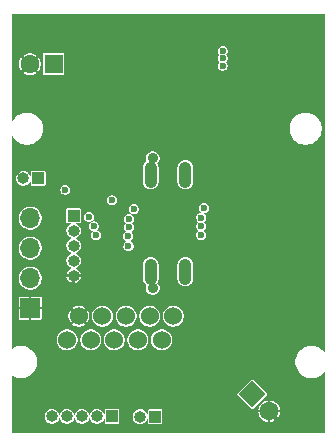
<source format=gbr>
%TF.GenerationSoftware,KiCad,Pcbnew,9.0.0*%
%TF.CreationDate,2025-03-11T18:34:40+03:00*%
%TF.ProjectId,Shield_Emergent_4,53686965-6c64-45f4-956d-657267656e74,rev?*%
%TF.SameCoordinates,Original*%
%TF.FileFunction,Copper,L2,Inr*%
%TF.FilePolarity,Positive*%
%FSLAX46Y46*%
G04 Gerber Fmt 4.6, Leading zero omitted, Abs format (unit mm)*
G04 Created by KiCad (PCBNEW 9.0.0) date 2025-03-11 18:34:40*
%MOMM*%
%LPD*%
G01*
G04 APERTURE LIST*
G04 Aperture macros list*
%AMRotRect*
0 Rectangle, with rotation*
0 The origin of the aperture is its center*
0 $1 length*
0 $2 width*
0 $3 Rotation angle, in degrees counterclockwise*
0 Add horizontal line*
21,1,$1,$2,0,0,$3*%
G04 Aperture macros list end*
%TA.AperFunction,ComponentPad*%
%ADD10R,1.000000X1.000000*%
%TD*%
%TA.AperFunction,ComponentPad*%
%ADD11O,1.000000X1.000000*%
%TD*%
%TA.AperFunction,ComponentPad*%
%ADD12C,0.900000*%
%TD*%
%TA.AperFunction,ComponentPad*%
%ADD13O,1.100000X2.220000*%
%TD*%
%TA.AperFunction,ComponentPad*%
%ADD14C,1.524000*%
%TD*%
%TA.AperFunction,ComponentPad*%
%ADD15R,1.700000X1.700000*%
%TD*%
%TA.AperFunction,ComponentPad*%
%ADD16O,1.700000X1.700000*%
%TD*%
%TA.AperFunction,ComponentPad*%
%ADD17RotRect,1.600000X1.600000X315.000000*%
%TD*%
%TA.AperFunction,ComponentPad*%
%ADD18C,1.600000*%
%TD*%
%TA.AperFunction,ComponentPad*%
%ADD19R,1.600000X1.600000*%
%TD*%
%TA.AperFunction,ViaPad*%
%ADD20C,0.600000*%
%TD*%
G04 APERTURE END LIST*
D10*
%TO.N,K1*%
%TO.C,J4*%
X8750000Y-34350000D03*
D11*
%TO.N,K3*%
X7479999Y-34350000D03*
%TO.N,K5*%
X6210000Y-34350000D03*
%TO.N,K7*%
X4940000Y-34350000D03*
%TO.N,K9*%
X3670001Y-34350000D03*
%TD*%
D12*
%TO.N,*%
%TO.C,X1*%
X12200000Y-23500000D03*
X12200000Y-12500000D03*
D13*
%TO.N,Shield*%
X12030000Y-22100000D03*
X14970000Y-22100000D03*
X12030000Y-13900000D03*
X14970000Y-13900000D03*
%TD*%
D14*
%TO.N,K2*%
%TO.C,J8*%
X13950000Y-25880000D03*
%TO.N,K1*%
X12950000Y-27880000D03*
%TO.N,K4*%
X11949999Y-25880000D03*
%TO.N,K3*%
X10950000Y-27880000D03*
%TO.N,K6*%
X9950000Y-25880000D03*
%TO.N,K5*%
X8950001Y-27880000D03*
%TO.N,K8*%
X7950000Y-25880000D03*
%TO.N,K7*%
X6950000Y-27880000D03*
%TO.N,GND*%
X5950000Y-25880000D03*
%TO.N,K9*%
X4950000Y-27880001D03*
%TD*%
D15*
%TO.N,GND*%
%TO.C,J2*%
X1830000Y-25190000D03*
D16*
%TO.N,D+*%
X1830000Y-22650000D03*
%TO.N,D-*%
X1830000Y-20110001D03*
%TO.N,VBUS*%
X1830000Y-17570000D03*
%TD*%
D10*
%TO.N,EN2*%
%TO.C,J6*%
X12400000Y-34380000D03*
D11*
%TO.N,nFLT2*%
X11129999Y-34380000D03*
%TD*%
D17*
%TO.N,VOUT2*%
%TO.C,C4*%
X20640000Y-32500000D03*
D18*
%TO.N,GND*%
X22054214Y-33914214D03*
%TD*%
D10*
%TO.N,EN1*%
%TO.C,J5*%
X2530000Y-14200000D03*
D11*
%TO.N,nFLT1*%
X1259999Y-14200000D03*
%TD*%
D10*
%TO.N,K2*%
%TO.C,J7*%
X5510000Y-17355000D03*
D11*
%TO.N,K4*%
X5510000Y-18625001D03*
%TO.N,K6*%
X5510000Y-19895000D03*
%TO.N,K8*%
X5510000Y-21165000D03*
%TO.N,GND*%
X5510000Y-22434999D03*
%TD*%
D19*
%TO.N,VOUT1*%
%TO.C,C1*%
X3805113Y-4550000D03*
D18*
%TO.N,GND*%
X1805113Y-4550000D03*
%TD*%
D20*
%TO.N,VOUT1*%
X18120000Y-3420000D03*
X18120000Y-4030000D03*
X18120000Y-4670000D03*
%TO.N,GND*%
X20730000Y-14910000D03*
X20170000Y-5990000D03*
X13770000Y-23330000D03*
X22600000Y-19200000D03*
X7180000Y-24820000D03*
X17830000Y-13770000D03*
X16690000Y-8490000D03*
X4600000Y-5800000D03*
X4620000Y-7220000D03*
X20009988Y-19833079D03*
X23510000Y-1250000D03*
X9750000Y-5870000D03*
X8000000Y-4490000D03*
X24240000Y-22480000D03*
X12920000Y-3100000D03*
X1930000Y-35140000D03*
X22400000Y-16400000D03*
X20000000Y-10360000D03*
X25830000Y-34270000D03*
X10870000Y-33100000D03*
X3050000Y-23890000D03*
X25930000Y-3640000D03*
X4340000Y-33570000D03*
X4380000Y-11180000D03*
X8960000Y-8580000D03*
X8190000Y-3240000D03*
X21730000Y-9330000D03*
X20000000Y-22150000D03*
X10750000Y-5860000D03*
X22030000Y-6640000D03*
X670000Y-23750000D03*
X26030000Y-24750000D03*
X21510000Y-27000000D03*
X15900000Y-31900000D03*
X910000Y-21340000D03*
X3830000Y-9640000D03*
X2200000Y-5800000D03*
X3890000Y-23260000D03*
X10770000Y-3310000D03*
X22760000Y-34690000D03*
X2310000Y-11940000D03*
X15950000Y-3140000D03*
X18650000Y-16170000D03*
X16110000Y-34600000D03*
X19850000Y-20480000D03*
X17100000Y-14000000D03*
X25070000Y-6160000D03*
X1320000Y-6070000D03*
X19340000Y-31200000D03*
X13140000Y-23030000D03*
X4450000Y-22050000D03*
X13820000Y-3190000D03*
X12750000Y-5810000D03*
X3610000Y-17980000D03*
X17770000Y-12080000D03*
X15190000Y-10680000D03*
X13800000Y-20800000D03*
X930000Y-980000D03*
X19080000Y-4140000D03*
X21610000Y-28470000D03*
X25910000Y-15680000D03*
X9510000Y-31030000D03*
X21300000Y-12830000D03*
X13360000Y-33100000D03*
X22400000Y-20200000D03*
X4170000Y-29900000D03*
X1220000Y-2580000D03*
X24290000Y-18800000D03*
X12200000Y-11400000D03*
X22550000Y-28650000D03*
X8500000Y-31000000D03*
X14690000Y-29970000D03*
X8430000Y-1120000D03*
X20010000Y-2770000D03*
X6950000Y-26630000D03*
X20310000Y-35150000D03*
X12390000Y-1480000D03*
X10400000Y-11400000D03*
X5670000Y-11950000D03*
X22400000Y-23200000D03*
X4720000Y-26490000D03*
X23220000Y-33000000D03*
X25450000Y-8050000D03*
X18980000Y-30240000D03*
X22450000Y-29930000D03*
X18480000Y-24080000D03*
X6060000Y-6020000D03*
X25980000Y-6630000D03*
X720000Y-6820000D03*
X12370000Y-30300000D03*
X16110000Y-33840000D03*
X16590000Y-15370000D03*
X13000000Y-20800000D03*
X10390000Y-12350000D03*
X10000000Y-35000000D03*
X11310000Y-11970000D03*
X10340000Y-20810000D03*
X10200000Y-15200000D03*
X890000Y-18820000D03*
X10500000Y-21410000D03*
X22400000Y-18200000D03*
X22600000Y-22200000D03*
X14800000Y-3120000D03*
X3610000Y-19660000D03*
X13860000Y-12060000D03*
X7510000Y-14560000D03*
X17710000Y-10360000D03*
X4730000Y-14260000D03*
X5520000Y-1720000D03*
X17850000Y-17890000D03*
X15960000Y-32990000D03*
X7420000Y-15350000D03*
X4940000Y-25000000D03*
X13460000Y-6050000D03*
X19750000Y-24750000D03*
X22050000Y-11250000D03*
X8530000Y-5810000D03*
X23050000Y-7930000D03*
X14430000Y-23690000D03*
X22400000Y-17200000D03*
X3370000Y-22220000D03*
X7270000Y-12720000D03*
X5300000Y-30000000D03*
X11030000Y-23140000D03*
X7250000Y-13750000D03*
X10400000Y-14400000D03*
X18730000Y-19160000D03*
X26360000Y-20030000D03*
X15460000Y-30220000D03*
X22210000Y-13100000D03*
X18740000Y-35350000D03*
X16950000Y-27810000D03*
X14900000Y-5920000D03*
X21670000Y-7220000D03*
X19500000Y-16760000D03*
X3560000Y-2790000D03*
X16030000Y-5640000D03*
X21030000Y-2580000D03*
X18130000Y-26220000D03*
X740000Y-26770000D03*
X17070000Y-23920000D03*
X14890000Y-28190000D03*
X19050000Y-28590000D03*
X2190000Y-26860000D03*
X2120000Y-2870000D03*
X26190000Y-750000D03*
X20670000Y-34510000D03*
X22050000Y-3450000D03*
X20610000Y-8480000D03*
X22500000Y-26750000D03*
X10000000Y-33000000D03*
X11780000Y-5770000D03*
X17400000Y-15400000D03*
X11480000Y-8670000D03*
X13480000Y-8710000D03*
X1000000Y-33500000D03*
X19820000Y-18150000D03*
X7540000Y-21390000D03*
X19820000Y-25660000D03*
X22400000Y-21200000D03*
%TO.N,VBUS*%
X16313481Y-18991601D03*
X6800000Y-17446926D03*
X7415000Y-19035000D03*
X10150000Y-19948632D03*
X10600000Y-16800000D03*
X16550000Y-16700000D03*
X7210554Y-18270000D03*
%TO.N,D+*%
X10189000Y-18363500D03*
X16313477Y-17527000D03*
%TO.N,D-*%
X10189000Y-17636500D03*
X10124302Y-19087618D03*
X16314920Y-18254003D03*
%TO.N,nFLT1*%
X8740000Y-16060000D03*
%TO.N,EN1*%
X4800000Y-15170000D03*
%TD*%
%TA.AperFunction,Conductor*%
%TO.N,GND*%
G36*
X26742471Y-257529D02*
G01*
X26749500Y-274500D01*
X26749500Y-28871443D01*
X26742471Y-28888414D01*
X26725500Y-28895443D01*
X26708529Y-28888414D01*
X26706084Y-28885550D01*
X26689261Y-28862396D01*
X26689259Y-28862394D01*
X26689257Y-28862391D01*
X26537609Y-28710743D01*
X26537605Y-28710740D01*
X26537604Y-28710739D01*
X26364112Y-28584689D01*
X26364105Y-28584685D01*
X26173020Y-28487323D01*
X26173014Y-28487320D01*
X25969058Y-28421050D01*
X25969054Y-28421049D01*
X25969053Y-28421049D01*
X25757231Y-28387500D01*
X25542769Y-28387500D01*
X25330947Y-28421049D01*
X25330945Y-28421049D01*
X25330942Y-28421050D01*
X25330940Y-28421050D01*
X25126985Y-28487320D01*
X25126979Y-28487323D01*
X24935894Y-28584685D01*
X24935887Y-28584689D01*
X24762395Y-28710739D01*
X24610739Y-28862395D01*
X24484689Y-29035887D01*
X24484685Y-29035894D01*
X24387323Y-29226979D01*
X24387320Y-29226985D01*
X24321050Y-29430940D01*
X24321050Y-29430942D01*
X24287500Y-29642771D01*
X24287500Y-29857228D01*
X24321050Y-30069057D01*
X24321050Y-30069059D01*
X24387320Y-30273014D01*
X24387323Y-30273020D01*
X24484685Y-30464105D01*
X24484689Y-30464112D01*
X24610739Y-30637604D01*
X24610743Y-30637609D01*
X24762391Y-30789257D01*
X24762394Y-30789259D01*
X24762395Y-30789260D01*
X24935887Y-30915310D01*
X24935894Y-30915314D01*
X25126982Y-31012678D01*
X25330947Y-31078951D01*
X25542769Y-31112500D01*
X25542772Y-31112500D01*
X25757228Y-31112500D01*
X25757231Y-31112500D01*
X25969053Y-31078951D01*
X26173018Y-31012678D01*
X26364106Y-30915314D01*
X26411395Y-30880957D01*
X26449501Y-30853271D01*
X26537609Y-30789257D01*
X26689257Y-30637609D01*
X26706084Y-30614448D01*
X26721745Y-30604851D01*
X26739606Y-30609138D01*
X26749204Y-30624800D01*
X26749500Y-30628555D01*
X26749500Y-35725500D01*
X26742471Y-35742471D01*
X26725500Y-35749500D01*
X274500Y-35749500D01*
X257529Y-35742471D01*
X250500Y-35725500D01*
X250500Y-34288192D01*
X3042501Y-34288192D01*
X3042501Y-34411807D01*
X3066614Y-34533030D01*
X3066617Y-34533037D01*
X3113915Y-34647229D01*
X3133963Y-34677233D01*
X3182590Y-34750008D01*
X3269993Y-34837411D01*
X3352526Y-34892558D01*
X3372771Y-34906085D01*
X3429867Y-34929734D01*
X3486966Y-34953385D01*
X3486969Y-34953385D01*
X3486970Y-34953386D01*
X3571006Y-34970102D01*
X3608198Y-34977500D01*
X3608202Y-34977500D01*
X3731800Y-34977500D01*
X3731804Y-34977500D01*
X3853036Y-34953385D01*
X3941360Y-34916800D01*
X3967230Y-34906085D01*
X3967231Y-34906084D01*
X3967234Y-34906083D01*
X4070009Y-34837411D01*
X4157412Y-34750008D01*
X4226084Y-34647233D01*
X4273386Y-34533035D01*
X4281461Y-34492437D01*
X4291666Y-34477165D01*
X4309682Y-34473581D01*
X4324955Y-34483786D01*
X4328539Y-34492437D01*
X4336614Y-34533032D01*
X4336616Y-34533037D01*
X4383914Y-34647229D01*
X4403962Y-34677233D01*
X4452589Y-34750008D01*
X4539992Y-34837411D01*
X4622525Y-34892558D01*
X4642770Y-34906085D01*
X4699866Y-34929734D01*
X4756965Y-34953385D01*
X4756968Y-34953385D01*
X4756969Y-34953386D01*
X4841005Y-34970102D01*
X4878197Y-34977500D01*
X4878201Y-34977500D01*
X5001799Y-34977500D01*
X5001803Y-34977500D01*
X5123035Y-34953385D01*
X5211359Y-34916800D01*
X5237229Y-34906085D01*
X5237230Y-34906084D01*
X5237233Y-34906083D01*
X5340008Y-34837411D01*
X5427411Y-34750008D01*
X5496083Y-34647233D01*
X5543385Y-34533035D01*
X5551461Y-34492435D01*
X5561666Y-34477162D01*
X5579682Y-34473578D01*
X5594955Y-34483783D01*
X5598539Y-34492435D01*
X5606613Y-34533030D01*
X5606616Y-34533037D01*
X5653914Y-34647229D01*
X5673962Y-34677233D01*
X5722589Y-34750008D01*
X5809992Y-34837411D01*
X5892525Y-34892558D01*
X5912770Y-34906085D01*
X5969866Y-34929734D01*
X6026965Y-34953385D01*
X6026968Y-34953385D01*
X6026969Y-34953386D01*
X6111005Y-34970102D01*
X6148197Y-34977500D01*
X6148201Y-34977500D01*
X6271799Y-34977500D01*
X6271803Y-34977500D01*
X6393035Y-34953385D01*
X6481359Y-34916800D01*
X6507229Y-34906085D01*
X6507230Y-34906084D01*
X6507233Y-34906083D01*
X6610008Y-34837411D01*
X6697411Y-34750008D01*
X6766083Y-34647233D01*
X6813385Y-34533035D01*
X6821460Y-34492437D01*
X6831665Y-34477165D01*
X6849681Y-34473581D01*
X6864954Y-34483786D01*
X6868538Y-34492437D01*
X6876613Y-34533032D01*
X6876615Y-34533037D01*
X6923913Y-34647229D01*
X6943961Y-34677233D01*
X6992588Y-34750008D01*
X7079991Y-34837411D01*
X7162524Y-34892558D01*
X7182769Y-34906085D01*
X7239865Y-34929734D01*
X7296964Y-34953385D01*
X7296967Y-34953385D01*
X7296968Y-34953386D01*
X7381004Y-34970102D01*
X7418196Y-34977500D01*
X7418200Y-34977500D01*
X7541798Y-34977500D01*
X7541802Y-34977500D01*
X7663034Y-34953385D01*
X7751358Y-34916800D01*
X7777228Y-34906085D01*
X7777229Y-34906084D01*
X7777232Y-34906083D01*
X7880007Y-34837411D01*
X7967410Y-34750008D01*
X8036082Y-34647233D01*
X8041455Y-34634263D01*
X8076327Y-34550072D01*
X8089315Y-34537083D01*
X8107684Y-34537083D01*
X8120673Y-34550071D01*
X8122500Y-34559256D01*
X8122500Y-34862562D01*
X8129897Y-34899746D01*
X8129897Y-34899747D01*
X8129898Y-34899748D01*
X8158078Y-34941922D01*
X8200252Y-34970102D01*
X8237442Y-34977500D01*
X8237446Y-34977500D01*
X9262554Y-34977500D01*
X9262558Y-34977500D01*
X9299748Y-34970102D01*
X9341922Y-34941922D01*
X9370102Y-34899748D01*
X9377500Y-34862558D01*
X9377500Y-34318192D01*
X10502499Y-34318192D01*
X10502499Y-34441807D01*
X10526612Y-34563030D01*
X10526615Y-34563037D01*
X10573913Y-34677229D01*
X10573916Y-34677233D01*
X10642588Y-34780008D01*
X10729991Y-34867411D01*
X10767626Y-34892558D01*
X10832769Y-34936085D01*
X10874532Y-34953383D01*
X10946964Y-34983385D01*
X10946967Y-34983385D01*
X10946968Y-34983386D01*
X11031004Y-35000102D01*
X11068196Y-35007500D01*
X11068200Y-35007500D01*
X11191798Y-35007500D01*
X11191802Y-35007500D01*
X11313034Y-34983385D01*
X11413133Y-34941923D01*
X11427228Y-34936085D01*
X11427229Y-34936084D01*
X11427232Y-34936083D01*
X11530007Y-34867411D01*
X11617410Y-34780008D01*
X11686082Y-34677233D01*
X11698509Y-34647233D01*
X11726327Y-34580072D01*
X11739315Y-34567083D01*
X11757684Y-34567083D01*
X11770673Y-34580071D01*
X11772500Y-34589256D01*
X11772500Y-34892562D01*
X11779897Y-34929746D01*
X11779897Y-34929747D01*
X11779898Y-34929748D01*
X11808078Y-34971922D01*
X11850252Y-35000102D01*
X11887442Y-35007500D01*
X11887446Y-35007500D01*
X12912554Y-35007500D01*
X12912558Y-35007500D01*
X12949748Y-35000102D01*
X12991922Y-34971922D01*
X13020102Y-34929748D01*
X13027500Y-34892558D01*
X13027500Y-33867442D01*
X13020102Y-33830252D01*
X13009386Y-33814214D01*
X21128944Y-33814214D01*
X21666898Y-33814214D01*
X21654214Y-33861553D01*
X21654214Y-33966875D01*
X21666898Y-34014214D01*
X21128944Y-34014214D01*
X21162836Y-34184605D01*
X21162838Y-34184612D01*
X21232715Y-34353309D01*
X21334164Y-34505139D01*
X21463288Y-34634263D01*
X21615118Y-34735712D01*
X21783813Y-34805588D01*
X21783822Y-34805590D01*
X21954214Y-34839482D01*
X21954214Y-34301529D01*
X22001553Y-34314214D01*
X22106875Y-34314214D01*
X22154214Y-34301529D01*
X22154214Y-34839482D01*
X22324605Y-34805590D01*
X22324614Y-34805588D01*
X22493309Y-34735712D01*
X22645139Y-34634263D01*
X22774263Y-34505139D01*
X22875712Y-34353309D01*
X22945589Y-34184612D01*
X22945591Y-34184605D01*
X22979484Y-34014214D01*
X22441530Y-34014214D01*
X22454214Y-33966875D01*
X22454214Y-33861553D01*
X22441530Y-33814214D01*
X22979483Y-33814214D01*
X22945591Y-33643822D01*
X22945589Y-33643815D01*
X22875712Y-33475118D01*
X22774263Y-33323288D01*
X22645139Y-33194164D01*
X22493309Y-33092715D01*
X22324612Y-33022838D01*
X22324605Y-33022836D01*
X22154214Y-32988944D01*
X22154214Y-33526898D01*
X22106875Y-33514214D01*
X22001553Y-33514214D01*
X21954214Y-33526898D01*
X21954214Y-32988944D01*
X21783822Y-33022836D01*
X21783815Y-33022838D01*
X21615118Y-33092715D01*
X21463288Y-33194164D01*
X21334164Y-33323288D01*
X21232715Y-33475118D01*
X21162838Y-33643815D01*
X21162836Y-33643822D01*
X21128944Y-33814214D01*
X13009386Y-33814214D01*
X12991922Y-33788078D01*
X12949748Y-33759898D01*
X12949747Y-33759897D01*
X12949746Y-33759897D01*
X12912562Y-33752500D01*
X12912558Y-33752500D01*
X11887442Y-33752500D01*
X11887437Y-33752500D01*
X11850253Y-33759897D01*
X11808080Y-33788076D01*
X11808076Y-33788080D01*
X11779897Y-33830253D01*
X11772500Y-33867437D01*
X11772500Y-34170743D01*
X11765471Y-34187714D01*
X11748500Y-34194743D01*
X11731529Y-34187714D01*
X11726327Y-34179927D01*
X11686084Y-34082770D01*
X11617411Y-33979994D01*
X11617410Y-33979992D01*
X11530007Y-33892589D01*
X11492372Y-33867442D01*
X11427228Y-33823914D01*
X11313036Y-33776616D01*
X11313029Y-33776613D01*
X11191806Y-33752500D01*
X11191802Y-33752500D01*
X11068196Y-33752500D01*
X11068191Y-33752500D01*
X10946968Y-33776613D01*
X10946961Y-33776616D01*
X10832769Y-33823914D01*
X10729993Y-33892587D01*
X10642586Y-33979994D01*
X10573913Y-34082770D01*
X10526615Y-34196962D01*
X10526612Y-34196969D01*
X10502499Y-34318192D01*
X9377500Y-34318192D01*
X9377500Y-33837442D01*
X9370102Y-33800252D01*
X9341922Y-33758078D01*
X9299748Y-33729898D01*
X9299747Y-33729897D01*
X9299746Y-33729897D01*
X9262562Y-33722500D01*
X9262558Y-33722500D01*
X8237442Y-33722500D01*
X8237437Y-33722500D01*
X8200253Y-33729897D01*
X8158080Y-33758076D01*
X8158076Y-33758080D01*
X8129897Y-33800253D01*
X8122500Y-33837437D01*
X8122500Y-34140743D01*
X8115471Y-34157714D01*
X8098500Y-34164743D01*
X8081529Y-34157714D01*
X8076327Y-34149927D01*
X8036084Y-34052770D01*
X8010322Y-34014214D01*
X7967410Y-33949992D01*
X7880007Y-33862589D01*
X7842372Y-33837442D01*
X7777228Y-33793914D01*
X7663036Y-33746616D01*
X7663029Y-33746613D01*
X7541806Y-33722500D01*
X7541802Y-33722500D01*
X7418196Y-33722500D01*
X7418191Y-33722500D01*
X7296968Y-33746613D01*
X7296961Y-33746616D01*
X7182769Y-33793914D01*
X7079993Y-33862587D01*
X6992586Y-33949994D01*
X6923913Y-34052770D01*
X6876615Y-34166962D01*
X6876613Y-34166967D01*
X6868538Y-34207562D01*
X6858332Y-34222835D01*
X6840316Y-34226418D01*
X6825043Y-34216212D01*
X6821460Y-34207561D01*
X6813386Y-34166969D01*
X6813385Y-34166967D01*
X6813385Y-34166965D01*
X6778511Y-34082770D01*
X6766085Y-34052770D01*
X6740323Y-34014214D01*
X6697411Y-33949992D01*
X6610008Y-33862589D01*
X6572373Y-33837442D01*
X6507229Y-33793914D01*
X6393037Y-33746616D01*
X6393030Y-33746613D01*
X6271807Y-33722500D01*
X6271803Y-33722500D01*
X6148197Y-33722500D01*
X6148192Y-33722500D01*
X6026969Y-33746613D01*
X6026962Y-33746616D01*
X5912770Y-33793914D01*
X5809994Y-33862587D01*
X5722587Y-33949994D01*
X5653914Y-34052770D01*
X5606616Y-34166962D01*
X5606613Y-34166969D01*
X5598539Y-34207564D01*
X5588334Y-34222837D01*
X5570318Y-34226421D01*
X5555045Y-34216216D01*
X5551461Y-34207564D01*
X5543386Y-34166969D01*
X5543385Y-34166967D01*
X5543385Y-34166965D01*
X5508511Y-34082770D01*
X5496085Y-34052770D01*
X5470323Y-34014214D01*
X5427411Y-33949992D01*
X5340008Y-33862589D01*
X5302373Y-33837442D01*
X5237229Y-33793914D01*
X5123037Y-33746616D01*
X5123030Y-33746613D01*
X5001807Y-33722500D01*
X5001803Y-33722500D01*
X4878197Y-33722500D01*
X4878192Y-33722500D01*
X4756969Y-33746613D01*
X4756962Y-33746616D01*
X4642770Y-33793914D01*
X4539994Y-33862587D01*
X4452587Y-33949994D01*
X4383914Y-34052770D01*
X4336616Y-34166962D01*
X4336614Y-34166967D01*
X4328539Y-34207562D01*
X4318333Y-34222835D01*
X4300317Y-34226418D01*
X4285044Y-34216212D01*
X4281461Y-34207561D01*
X4273387Y-34166969D01*
X4273386Y-34166967D01*
X4273386Y-34166965D01*
X4238512Y-34082770D01*
X4226086Y-34052770D01*
X4200324Y-34014214D01*
X4157412Y-33949992D01*
X4070009Y-33862589D01*
X4032374Y-33837442D01*
X3967230Y-33793914D01*
X3853038Y-33746616D01*
X3853031Y-33746613D01*
X3731808Y-33722500D01*
X3731804Y-33722500D01*
X3608198Y-33722500D01*
X3608193Y-33722500D01*
X3486970Y-33746613D01*
X3486963Y-33746616D01*
X3372771Y-33793914D01*
X3269995Y-33862587D01*
X3182588Y-33949994D01*
X3113915Y-34052770D01*
X3066617Y-34166962D01*
X3066614Y-34166969D01*
X3042501Y-34288192D01*
X250500Y-34288192D01*
X250500Y-32500000D01*
X19378632Y-32500000D01*
X19388526Y-32549747D01*
X19388527Y-32549749D01*
X19409449Y-32581061D01*
X19409593Y-32581276D01*
X20558724Y-33730407D01*
X20574488Y-33740940D01*
X20590250Y-33751472D01*
X20590252Y-33751473D01*
X20640000Y-33761368D01*
X20689748Y-33751473D01*
X20721276Y-33730407D01*
X21870407Y-32581276D01*
X21891473Y-32549748D01*
X21901368Y-32500000D01*
X21891473Y-32450252D01*
X21870407Y-32418724D01*
X20721276Y-31269593D01*
X20721061Y-31269449D01*
X20689749Y-31248527D01*
X20689747Y-31248526D01*
X20640000Y-31238632D01*
X20590252Y-31248526D01*
X20590250Y-31248527D01*
X20558726Y-31269591D01*
X19409591Y-32418726D01*
X19388527Y-32450250D01*
X19388526Y-32450252D01*
X19378632Y-32500000D01*
X250500Y-32500000D01*
X250500Y-30900373D01*
X257529Y-30883402D01*
X274500Y-30876373D01*
X288605Y-30880956D01*
X335894Y-30915314D01*
X526982Y-31012678D01*
X730947Y-31078951D01*
X942769Y-31112500D01*
X942772Y-31112500D01*
X1157228Y-31112500D01*
X1157231Y-31112500D01*
X1369053Y-31078951D01*
X1573018Y-31012678D01*
X1764106Y-30915314D01*
X1811395Y-30880957D01*
X1849501Y-30853271D01*
X1937609Y-30789257D01*
X2089257Y-30637609D01*
X2215314Y-30464106D01*
X2312678Y-30273018D01*
X2378951Y-30069053D01*
X2412500Y-29857231D01*
X2412500Y-29642769D01*
X2378951Y-29430947D01*
X2312678Y-29226982D01*
X2215314Y-29035894D01*
X2215310Y-29035887D01*
X2089260Y-28862395D01*
X2089259Y-28862394D01*
X2089257Y-28862391D01*
X1937609Y-28710743D01*
X1937605Y-28710740D01*
X1937604Y-28710739D01*
X1764112Y-28584689D01*
X1764105Y-28584685D01*
X1573020Y-28487323D01*
X1573014Y-28487320D01*
X1369058Y-28421050D01*
X1369054Y-28421049D01*
X1369053Y-28421049D01*
X1157231Y-28387500D01*
X942769Y-28387500D01*
X730947Y-28421049D01*
X730945Y-28421049D01*
X730942Y-28421050D01*
X730940Y-28421050D01*
X526985Y-28487320D01*
X526979Y-28487323D01*
X335894Y-28584685D01*
X335887Y-28584689D01*
X288607Y-28619041D01*
X270745Y-28623330D01*
X255084Y-28613732D01*
X250500Y-28599625D01*
X250500Y-27792388D01*
X4060500Y-27792388D01*
X4060500Y-27967613D01*
X4094681Y-28139454D01*
X4094682Y-28139458D01*
X4094683Y-28139459D01*
X4094683Y-28139460D01*
X4094684Y-28139461D01*
X4161732Y-28301333D01*
X4161735Y-28301337D01*
X4259080Y-28447024D01*
X4382977Y-28570921D01*
X4425936Y-28599625D01*
X4528667Y-28668268D01*
X4609603Y-28701792D01*
X4690542Y-28735318D01*
X4690545Y-28735318D01*
X4690546Y-28735319D01*
X4857930Y-28768613D01*
X4862392Y-28769501D01*
X4862396Y-28769501D01*
X5037604Y-28769501D01*
X5037608Y-28769501D01*
X5209458Y-28735318D01*
X5334661Y-28683457D01*
X5371332Y-28668268D01*
X5371333Y-28668267D01*
X5371336Y-28668266D01*
X5517023Y-28570921D01*
X5640920Y-28447024D01*
X5738265Y-28301337D01*
X5805317Y-28139459D01*
X5839500Y-27967609D01*
X5839500Y-27792393D01*
X5839499Y-27792387D01*
X6060500Y-27792387D01*
X6060500Y-27967612D01*
X6094681Y-28139453D01*
X6094682Y-28139457D01*
X6094683Y-28139458D01*
X6094683Y-28139459D01*
X6094684Y-28139460D01*
X6161732Y-28301332D01*
X6219308Y-28387500D01*
X6259080Y-28447023D01*
X6382977Y-28570920D01*
X6403584Y-28584689D01*
X6528667Y-28668267D01*
X6609603Y-28701791D01*
X6690542Y-28735317D01*
X6690545Y-28735317D01*
X6690546Y-28735318D01*
X6857930Y-28768612D01*
X6862392Y-28769500D01*
X6862396Y-28769500D01*
X7037604Y-28769500D01*
X7037608Y-28769500D01*
X7209458Y-28735317D01*
X7334661Y-28683456D01*
X7371332Y-28668267D01*
X7371333Y-28668266D01*
X7371336Y-28668265D01*
X7517023Y-28570920D01*
X7640920Y-28447023D01*
X7738265Y-28301336D01*
X7805317Y-28139458D01*
X7839500Y-27967608D01*
X7839500Y-27792392D01*
X7839499Y-27792387D01*
X8060501Y-27792387D01*
X8060501Y-27967612D01*
X8094682Y-28139453D01*
X8094683Y-28139457D01*
X8094684Y-28139458D01*
X8094684Y-28139459D01*
X8094685Y-28139460D01*
X8161733Y-28301332D01*
X8219309Y-28387500D01*
X8259081Y-28447023D01*
X8382978Y-28570920D01*
X8403585Y-28584689D01*
X8528668Y-28668267D01*
X8609604Y-28701791D01*
X8690543Y-28735317D01*
X8690546Y-28735317D01*
X8690547Y-28735318D01*
X8857931Y-28768612D01*
X8862393Y-28769500D01*
X8862397Y-28769500D01*
X9037605Y-28769500D01*
X9037609Y-28769500D01*
X9209459Y-28735317D01*
X9334662Y-28683456D01*
X9371333Y-28668267D01*
X9371334Y-28668266D01*
X9371337Y-28668265D01*
X9517024Y-28570920D01*
X9640921Y-28447023D01*
X9738266Y-28301336D01*
X9805318Y-28139458D01*
X9839501Y-27967608D01*
X9839501Y-27792392D01*
X9839500Y-27792387D01*
X10060500Y-27792387D01*
X10060500Y-27967612D01*
X10094681Y-28139453D01*
X10094682Y-28139457D01*
X10094683Y-28139458D01*
X10094683Y-28139459D01*
X10094684Y-28139460D01*
X10161732Y-28301332D01*
X10219308Y-28387500D01*
X10259080Y-28447023D01*
X10382977Y-28570920D01*
X10403584Y-28584689D01*
X10528667Y-28668267D01*
X10609603Y-28701791D01*
X10690542Y-28735317D01*
X10690545Y-28735317D01*
X10690546Y-28735318D01*
X10857930Y-28768612D01*
X10862392Y-28769500D01*
X10862396Y-28769500D01*
X11037604Y-28769500D01*
X11037608Y-28769500D01*
X11209458Y-28735317D01*
X11334661Y-28683456D01*
X11371332Y-28668267D01*
X11371333Y-28668266D01*
X11371336Y-28668265D01*
X11517023Y-28570920D01*
X11640920Y-28447023D01*
X11738265Y-28301336D01*
X11805317Y-28139458D01*
X11839500Y-27967608D01*
X11839500Y-27792392D01*
X11839499Y-27792387D01*
X12060500Y-27792387D01*
X12060500Y-27967612D01*
X12094681Y-28139453D01*
X12094682Y-28139457D01*
X12094683Y-28139458D01*
X12094683Y-28139459D01*
X12094684Y-28139460D01*
X12161732Y-28301332D01*
X12219308Y-28387500D01*
X12259080Y-28447023D01*
X12382977Y-28570920D01*
X12403584Y-28584689D01*
X12528667Y-28668267D01*
X12609603Y-28701791D01*
X12690542Y-28735317D01*
X12690545Y-28735317D01*
X12690546Y-28735318D01*
X12857930Y-28768612D01*
X12862392Y-28769500D01*
X12862396Y-28769500D01*
X13037604Y-28769500D01*
X13037608Y-28769500D01*
X13209458Y-28735317D01*
X13334661Y-28683456D01*
X13371332Y-28668267D01*
X13371333Y-28668266D01*
X13371336Y-28668265D01*
X13517023Y-28570920D01*
X13640920Y-28447023D01*
X13738265Y-28301336D01*
X13805317Y-28139458D01*
X13839500Y-27967608D01*
X13839500Y-27792392D01*
X13805317Y-27620542D01*
X13738267Y-27458668D01*
X13738267Y-27458667D01*
X13640921Y-27312979D01*
X13640920Y-27312977D01*
X13517023Y-27189080D01*
X13515027Y-27187746D01*
X13371332Y-27091732D01*
X13227795Y-27032278D01*
X13209458Y-27024683D01*
X13209457Y-27024682D01*
X13209453Y-27024681D01*
X13037612Y-26990500D01*
X13037608Y-26990500D01*
X12862392Y-26990500D01*
X12862387Y-26990500D01*
X12690546Y-27024681D01*
X12690539Y-27024684D01*
X12528667Y-27091732D01*
X12382979Y-27189078D01*
X12259078Y-27312979D01*
X12161732Y-27458667D01*
X12094684Y-27620539D01*
X12094681Y-27620546D01*
X12060500Y-27792387D01*
X11839499Y-27792387D01*
X11805317Y-27620542D01*
X11738267Y-27458668D01*
X11738267Y-27458667D01*
X11640921Y-27312979D01*
X11640920Y-27312977D01*
X11517023Y-27189080D01*
X11515027Y-27187746D01*
X11371332Y-27091732D01*
X11227795Y-27032278D01*
X11209458Y-27024683D01*
X11209457Y-27024682D01*
X11209453Y-27024681D01*
X11037612Y-26990500D01*
X11037608Y-26990500D01*
X10862392Y-26990500D01*
X10862387Y-26990500D01*
X10690546Y-27024681D01*
X10690539Y-27024684D01*
X10528667Y-27091732D01*
X10382979Y-27189078D01*
X10259078Y-27312979D01*
X10161732Y-27458667D01*
X10094684Y-27620539D01*
X10094681Y-27620546D01*
X10060500Y-27792387D01*
X9839500Y-27792387D01*
X9805318Y-27620542D01*
X9738268Y-27458668D01*
X9738268Y-27458667D01*
X9640922Y-27312979D01*
X9640921Y-27312977D01*
X9517024Y-27189080D01*
X9515028Y-27187746D01*
X9371333Y-27091732D01*
X9227796Y-27032278D01*
X9209459Y-27024683D01*
X9209458Y-27024682D01*
X9209454Y-27024681D01*
X9037613Y-26990500D01*
X9037609Y-26990500D01*
X8862393Y-26990500D01*
X8862388Y-26990500D01*
X8690547Y-27024681D01*
X8690540Y-27024684D01*
X8528668Y-27091732D01*
X8382980Y-27189078D01*
X8259079Y-27312979D01*
X8161733Y-27458667D01*
X8094685Y-27620539D01*
X8094682Y-27620546D01*
X8060501Y-27792387D01*
X7839499Y-27792387D01*
X7805317Y-27620542D01*
X7738267Y-27458668D01*
X7738267Y-27458667D01*
X7640921Y-27312979D01*
X7640920Y-27312977D01*
X7517023Y-27189080D01*
X7515027Y-27187746D01*
X7371332Y-27091732D01*
X7227795Y-27032278D01*
X7209458Y-27024683D01*
X7209457Y-27024682D01*
X7209453Y-27024681D01*
X7037612Y-26990500D01*
X7037608Y-26990500D01*
X6862392Y-26990500D01*
X6862387Y-26990500D01*
X6690546Y-27024681D01*
X6690539Y-27024684D01*
X6528667Y-27091732D01*
X6382979Y-27189078D01*
X6259078Y-27312979D01*
X6161732Y-27458667D01*
X6094684Y-27620539D01*
X6094681Y-27620546D01*
X6060500Y-27792387D01*
X5839499Y-27792387D01*
X5805317Y-27620543D01*
X5771791Y-27539604D01*
X5738267Y-27458668D01*
X5640921Y-27312980D01*
X5640920Y-27312978D01*
X5517023Y-27189081D01*
X5371336Y-27091736D01*
X5371337Y-27091736D01*
X5371332Y-27091733D01*
X5209460Y-27024685D01*
X5209453Y-27024682D01*
X5037612Y-26990501D01*
X5037608Y-26990501D01*
X4862392Y-26990501D01*
X4862387Y-26990501D01*
X4690546Y-27024682D01*
X4690539Y-27024685D01*
X4528667Y-27091733D01*
X4382979Y-27189079D01*
X4259078Y-27312980D01*
X4161732Y-27458668D01*
X4094684Y-27620540D01*
X4094681Y-27620547D01*
X4060500Y-27792388D01*
X250500Y-27792388D01*
X250500Y-24327487D01*
X853000Y-24327487D01*
X853000Y-25089999D01*
X853001Y-25090000D01*
X1339157Y-25090000D01*
X1330000Y-25124174D01*
X1330000Y-25255826D01*
X1339157Y-25290000D01*
X853001Y-25290000D01*
X853000Y-25290001D01*
X853000Y-26052512D01*
X860368Y-26089553D01*
X888436Y-26131559D01*
X888440Y-26131563D01*
X930446Y-26159631D01*
X967487Y-26166999D01*
X967496Y-26167000D01*
X1729999Y-26167000D01*
X1730000Y-26166999D01*
X1730000Y-25680842D01*
X1764174Y-25690000D01*
X1895826Y-25690000D01*
X1930000Y-25680842D01*
X1930000Y-26166999D01*
X1930001Y-26167000D01*
X2692504Y-26167000D01*
X2692512Y-26166999D01*
X2729553Y-26159631D01*
X2771559Y-26131563D01*
X2771563Y-26131559D01*
X2799631Y-26089553D01*
X2806999Y-26052512D01*
X2807000Y-26052504D01*
X2807000Y-25792436D01*
X5061000Y-25792436D01*
X5061000Y-25967563D01*
X5095162Y-26139307D01*
X5095164Y-26139314D01*
X5162176Y-26301095D01*
X5252420Y-26436155D01*
X5619323Y-26069251D01*
X5645124Y-26113940D01*
X5716060Y-26184876D01*
X5760745Y-26210675D01*
X5393843Y-26577578D01*
X5528904Y-26667823D01*
X5690685Y-26734835D01*
X5690692Y-26734837D01*
X5862436Y-26768999D01*
X5862445Y-26769000D01*
X6037555Y-26769000D01*
X6037563Y-26768999D01*
X6209307Y-26734837D01*
X6209314Y-26734835D01*
X6371095Y-26667823D01*
X6506155Y-26577578D01*
X6139253Y-26210676D01*
X6183940Y-26184876D01*
X6254876Y-26113940D01*
X6280676Y-26069253D01*
X6647578Y-26436155D01*
X6737823Y-26301095D01*
X6804835Y-26139314D01*
X6804837Y-26139307D01*
X6838999Y-25967563D01*
X6839000Y-25967555D01*
X6839000Y-25792443D01*
X6838999Y-25792437D01*
X6838989Y-25792387D01*
X7060500Y-25792387D01*
X7060500Y-25967612D01*
X7094681Y-26139453D01*
X7094684Y-26139460D01*
X7161732Y-26301332D01*
X7161735Y-26301336D01*
X7259080Y-26447023D01*
X7382977Y-26570920D01*
X7528003Y-26667823D01*
X7528667Y-26668267D01*
X7609603Y-26701791D01*
X7690542Y-26735317D01*
X7690545Y-26735317D01*
X7690546Y-26735318D01*
X7857930Y-26768612D01*
X7862392Y-26769500D01*
X7862396Y-26769500D01*
X8037604Y-26769500D01*
X8037608Y-26769500D01*
X8209458Y-26735317D01*
X8334661Y-26683456D01*
X8371332Y-26668267D01*
X8371333Y-26668266D01*
X8371336Y-26668265D01*
X8517023Y-26570920D01*
X8640920Y-26447023D01*
X8738265Y-26301336D01*
X8805317Y-26139458D01*
X8839500Y-25967608D01*
X8839500Y-25792392D01*
X8839499Y-25792387D01*
X9060500Y-25792387D01*
X9060500Y-25967612D01*
X9094681Y-26139453D01*
X9094684Y-26139460D01*
X9161732Y-26301332D01*
X9161735Y-26301336D01*
X9259080Y-26447023D01*
X9382977Y-26570920D01*
X9528003Y-26667823D01*
X9528667Y-26668267D01*
X9609603Y-26701791D01*
X9690542Y-26735317D01*
X9690545Y-26735317D01*
X9690546Y-26735318D01*
X9857930Y-26768612D01*
X9862392Y-26769500D01*
X9862396Y-26769500D01*
X10037604Y-26769500D01*
X10037608Y-26769500D01*
X10209458Y-26735317D01*
X10334661Y-26683456D01*
X10371332Y-26668267D01*
X10371333Y-26668266D01*
X10371336Y-26668265D01*
X10517023Y-26570920D01*
X10640920Y-26447023D01*
X10738265Y-26301336D01*
X10805317Y-26139458D01*
X10839500Y-25967608D01*
X10839500Y-25792392D01*
X10839499Y-25792387D01*
X11060499Y-25792387D01*
X11060499Y-25967612D01*
X11094680Y-26139453D01*
X11094683Y-26139460D01*
X11161731Y-26301332D01*
X11161734Y-26301336D01*
X11259079Y-26447023D01*
X11382976Y-26570920D01*
X11528002Y-26667823D01*
X11528666Y-26668267D01*
X11609602Y-26701791D01*
X11690541Y-26735317D01*
X11690544Y-26735317D01*
X11690545Y-26735318D01*
X11857929Y-26768612D01*
X11862391Y-26769500D01*
X11862395Y-26769500D01*
X12037603Y-26769500D01*
X12037607Y-26769500D01*
X12209457Y-26735317D01*
X12334660Y-26683456D01*
X12371331Y-26668267D01*
X12371332Y-26668266D01*
X12371335Y-26668265D01*
X12517022Y-26570920D01*
X12640919Y-26447023D01*
X12738264Y-26301336D01*
X12805316Y-26139458D01*
X12839499Y-25967608D01*
X12839499Y-25792392D01*
X12839498Y-25792387D01*
X13060500Y-25792387D01*
X13060500Y-25967612D01*
X13094681Y-26139453D01*
X13094684Y-26139460D01*
X13161732Y-26301332D01*
X13161735Y-26301336D01*
X13259080Y-26447023D01*
X13382977Y-26570920D01*
X13528003Y-26667823D01*
X13528667Y-26668267D01*
X13609603Y-26701791D01*
X13690542Y-26735317D01*
X13690545Y-26735317D01*
X13690546Y-26735318D01*
X13857930Y-26768612D01*
X13862392Y-26769500D01*
X13862396Y-26769500D01*
X14037604Y-26769500D01*
X14037608Y-26769500D01*
X14209458Y-26735317D01*
X14334661Y-26683456D01*
X14371332Y-26668267D01*
X14371333Y-26668266D01*
X14371336Y-26668265D01*
X14517023Y-26570920D01*
X14640920Y-26447023D01*
X14738265Y-26301336D01*
X14805317Y-26139458D01*
X14839500Y-25967608D01*
X14839500Y-25792392D01*
X14805347Y-25620692D01*
X14805318Y-25620546D01*
X14805317Y-25620545D01*
X14805317Y-25620542D01*
X14754973Y-25499000D01*
X14738267Y-25458667D01*
X14640921Y-25312979D01*
X14640920Y-25312977D01*
X14517023Y-25189080D01*
X14507056Y-25182420D01*
X14371332Y-25091732D01*
X14209460Y-25024684D01*
X14209453Y-25024681D01*
X14037612Y-24990500D01*
X14037608Y-24990500D01*
X13862392Y-24990500D01*
X13862387Y-24990500D01*
X13690546Y-25024681D01*
X13690539Y-25024684D01*
X13528667Y-25091732D01*
X13382979Y-25189078D01*
X13259078Y-25312979D01*
X13161732Y-25458667D01*
X13094684Y-25620539D01*
X13094681Y-25620546D01*
X13060500Y-25792387D01*
X12839498Y-25792387D01*
X12805346Y-25620692D01*
X12805317Y-25620546D01*
X12805316Y-25620545D01*
X12805316Y-25620542D01*
X12754972Y-25499000D01*
X12738266Y-25458667D01*
X12640920Y-25312979D01*
X12640919Y-25312977D01*
X12517022Y-25189080D01*
X12507055Y-25182420D01*
X12371331Y-25091732D01*
X12209459Y-25024684D01*
X12209452Y-25024681D01*
X12037611Y-24990500D01*
X12037607Y-24990500D01*
X11862391Y-24990500D01*
X11862386Y-24990500D01*
X11690545Y-25024681D01*
X11690538Y-25024684D01*
X11528666Y-25091732D01*
X11382978Y-25189078D01*
X11259077Y-25312979D01*
X11161731Y-25458667D01*
X11094683Y-25620539D01*
X11094680Y-25620546D01*
X11060499Y-25792387D01*
X10839499Y-25792387D01*
X10805347Y-25620692D01*
X10805318Y-25620546D01*
X10805317Y-25620545D01*
X10805317Y-25620542D01*
X10754973Y-25499000D01*
X10738267Y-25458667D01*
X10640921Y-25312979D01*
X10640920Y-25312977D01*
X10517023Y-25189080D01*
X10507056Y-25182420D01*
X10371332Y-25091732D01*
X10209460Y-25024684D01*
X10209453Y-25024681D01*
X10037612Y-24990500D01*
X10037608Y-24990500D01*
X9862392Y-24990500D01*
X9862387Y-24990500D01*
X9690546Y-25024681D01*
X9690539Y-25024684D01*
X9528667Y-25091732D01*
X9382979Y-25189078D01*
X9259078Y-25312979D01*
X9161732Y-25458667D01*
X9094684Y-25620539D01*
X9094681Y-25620546D01*
X9060500Y-25792387D01*
X8839499Y-25792387D01*
X8805347Y-25620692D01*
X8805318Y-25620546D01*
X8805317Y-25620545D01*
X8805317Y-25620542D01*
X8754973Y-25499000D01*
X8738267Y-25458667D01*
X8640921Y-25312979D01*
X8640920Y-25312977D01*
X8517023Y-25189080D01*
X8507056Y-25182420D01*
X8371332Y-25091732D01*
X8209460Y-25024684D01*
X8209453Y-25024681D01*
X8037612Y-24990500D01*
X8037608Y-24990500D01*
X7862392Y-24990500D01*
X7862387Y-24990500D01*
X7690546Y-25024681D01*
X7690539Y-25024684D01*
X7528667Y-25091732D01*
X7382979Y-25189078D01*
X7259078Y-25312979D01*
X7161732Y-25458667D01*
X7094684Y-25620539D01*
X7094681Y-25620546D01*
X7060500Y-25792387D01*
X6838989Y-25792387D01*
X6804837Y-25620692D01*
X6804835Y-25620685D01*
X6737823Y-25458904D01*
X6647578Y-25323843D01*
X6280675Y-25690745D01*
X6254876Y-25646060D01*
X6183940Y-25575124D01*
X6139251Y-25549323D01*
X6506155Y-25182420D01*
X6371095Y-25092176D01*
X6209314Y-25025164D01*
X6209307Y-25025162D01*
X6037563Y-24991000D01*
X5862436Y-24991000D01*
X5690692Y-25025162D01*
X5690685Y-25025164D01*
X5528904Y-25092176D01*
X5393843Y-25182420D01*
X5760746Y-25549323D01*
X5716060Y-25575124D01*
X5645124Y-25646060D01*
X5619323Y-25690746D01*
X5252420Y-25323843D01*
X5162176Y-25458904D01*
X5095164Y-25620685D01*
X5095162Y-25620692D01*
X5061000Y-25792436D01*
X2807000Y-25792436D01*
X2807000Y-25290001D01*
X2806999Y-25290000D01*
X2320843Y-25290000D01*
X2330000Y-25255826D01*
X2330000Y-25124174D01*
X2320843Y-25090000D01*
X2806999Y-25090000D01*
X2807000Y-25089999D01*
X2807000Y-24327495D01*
X2806999Y-24327487D01*
X2799631Y-24290446D01*
X2771563Y-24248440D01*
X2771559Y-24248436D01*
X2729553Y-24220368D01*
X2692512Y-24213000D01*
X1930001Y-24213000D01*
X1930000Y-24213001D01*
X1930000Y-24699157D01*
X1895826Y-24690000D01*
X1764174Y-24690000D01*
X1730000Y-24699157D01*
X1730000Y-24213001D01*
X1729999Y-24213000D01*
X967487Y-24213000D01*
X930446Y-24220368D01*
X888440Y-24248436D01*
X888436Y-24248440D01*
X860368Y-24290446D01*
X853000Y-24327487D01*
X250500Y-24327487D01*
X250500Y-22553720D01*
X852500Y-22553720D01*
X852500Y-22746279D01*
X890063Y-22935121D01*
X890065Y-22935130D01*
X963747Y-23113016D01*
X963750Y-23113020D01*
X1070726Y-23273120D01*
X1206880Y-23409274D01*
X1228877Y-23423972D01*
X1366983Y-23516252D01*
X1511299Y-23576029D01*
X1544874Y-23589936D01*
X1733725Y-23627500D01*
X1733729Y-23627500D01*
X1926271Y-23627500D01*
X1926275Y-23627500D01*
X2115126Y-23589936D01*
X2204073Y-23553093D01*
X2293016Y-23516252D01*
X2293017Y-23516251D01*
X2293020Y-23516250D01*
X2453120Y-23409274D01*
X2589274Y-23273120D01*
X2696250Y-23113020D01*
X2705008Y-23091878D01*
X2769934Y-22935130D01*
X2769936Y-22935126D01*
X2807500Y-22746275D01*
X2807500Y-22553725D01*
X2769936Y-22364874D01*
X2769934Y-22364869D01*
X2696252Y-22186983D01*
X2659612Y-22132148D01*
X2589274Y-22026880D01*
X2453120Y-21890726D01*
X2365369Y-21832092D01*
X2293016Y-21783747D01*
X2115130Y-21710065D01*
X2115121Y-21710063D01*
X1926279Y-21672500D01*
X1926275Y-21672500D01*
X1733725Y-21672500D01*
X1733720Y-21672500D01*
X1544878Y-21710063D01*
X1544869Y-21710065D01*
X1366983Y-21783747D01*
X1206882Y-21890724D01*
X1070724Y-22026882D01*
X963747Y-22186983D01*
X890065Y-22364869D01*
X890063Y-22364878D01*
X852500Y-22553720D01*
X250500Y-22553720D01*
X250500Y-20013721D01*
X852500Y-20013721D01*
X852500Y-20206280D01*
X890063Y-20395122D01*
X890065Y-20395131D01*
X963747Y-20573017D01*
X963750Y-20573021D01*
X1070726Y-20733121D01*
X1206880Y-20869275D01*
X1312134Y-20939604D01*
X1366983Y-20976253D01*
X1544869Y-21049935D01*
X1544874Y-21049937D01*
X1733725Y-21087501D01*
X1733729Y-21087501D01*
X1926271Y-21087501D01*
X1926275Y-21087501D01*
X2115126Y-21049937D01*
X2279216Y-20981969D01*
X2293016Y-20976253D01*
X2293017Y-20976252D01*
X2293020Y-20976251D01*
X2453120Y-20869275D01*
X2589274Y-20733121D01*
X2696250Y-20573021D01*
X2700976Y-20561613D01*
X2769934Y-20395131D01*
X2769936Y-20395127D01*
X2807500Y-20206276D01*
X2807500Y-20013726D01*
X2769936Y-19824875D01*
X2723169Y-19711969D01*
X2696252Y-19646984D01*
X2623340Y-19537864D01*
X2589274Y-19486881D01*
X2453120Y-19350727D01*
X2435441Y-19338914D01*
X2293016Y-19243748D01*
X2115130Y-19170066D01*
X2115121Y-19170064D01*
X1926279Y-19132501D01*
X1926275Y-19132501D01*
X1733725Y-19132501D01*
X1733720Y-19132501D01*
X1544878Y-19170064D01*
X1544869Y-19170066D01*
X1366983Y-19243748D01*
X1206882Y-19350725D01*
X1070724Y-19486883D01*
X963747Y-19646984D01*
X890065Y-19824870D01*
X890063Y-19824879D01*
X852500Y-20013721D01*
X250500Y-20013721D01*
X250500Y-17473720D01*
X852500Y-17473720D01*
X852500Y-17666279D01*
X890063Y-17855121D01*
X890065Y-17855130D01*
X963747Y-18033016D01*
X963750Y-18033020D01*
X1070726Y-18193120D01*
X1206880Y-18329274D01*
X1341177Y-18419009D01*
X1366983Y-18436252D01*
X1544869Y-18509934D01*
X1544874Y-18509936D01*
X1733725Y-18547500D01*
X1733729Y-18547500D01*
X1926271Y-18547500D01*
X1926275Y-18547500D01*
X2115126Y-18509936D01*
X2279211Y-18441970D01*
X2293016Y-18436252D01*
X2293017Y-18436251D01*
X2293020Y-18436250D01*
X2453120Y-18329274D01*
X2589274Y-18193120D01*
X2696250Y-18033020D01*
X2700206Y-18023471D01*
X2749383Y-17904746D01*
X2769936Y-17855126D01*
X2807500Y-17666275D01*
X2807500Y-17473725D01*
X2769936Y-17284874D01*
X2761501Y-17264509D01*
X2696252Y-17106983D01*
X2666523Y-17062491D01*
X2589274Y-16946880D01*
X2484831Y-16842437D01*
X4882500Y-16842437D01*
X4882500Y-17867562D01*
X4889897Y-17904746D01*
X4889897Y-17904747D01*
X4889898Y-17904748D01*
X4918078Y-17946922D01*
X4960252Y-17975102D01*
X4997442Y-17982500D01*
X4997446Y-17982500D01*
X5300744Y-17982500D01*
X5317715Y-17989529D01*
X5324744Y-18006500D01*
X5317715Y-18023471D01*
X5309928Y-18028673D01*
X5212770Y-18068915D01*
X5109994Y-18137588D01*
X5022587Y-18224995D01*
X4953914Y-18327771D01*
X4906616Y-18441963D01*
X4906613Y-18441970D01*
X4882500Y-18563193D01*
X4882500Y-18686808D01*
X4906613Y-18808031D01*
X4906616Y-18808038D01*
X4953914Y-18922230D01*
X4991659Y-18978719D01*
X5022589Y-19025009D01*
X5109992Y-19112412D01*
X5157114Y-19143898D01*
X5212770Y-19181086D01*
X5258449Y-19200006D01*
X5326965Y-19228386D01*
X5326968Y-19228386D01*
X5326969Y-19228387D01*
X5347527Y-19232476D01*
X5367561Y-19236461D01*
X5382834Y-19246666D01*
X5386418Y-19264682D01*
X5376213Y-19279955D01*
X5367562Y-19283539D01*
X5326967Y-19291614D01*
X5326962Y-19291616D01*
X5212770Y-19338914D01*
X5109994Y-19407587D01*
X5022587Y-19494994D01*
X4953914Y-19597770D01*
X4906616Y-19711962D01*
X4906613Y-19711969D01*
X4882500Y-19833192D01*
X4882500Y-19956807D01*
X4906613Y-20078030D01*
X4906616Y-20078037D01*
X4953914Y-20192229D01*
X4963300Y-20206276D01*
X5022589Y-20295008D01*
X5109992Y-20382411D01*
X5129023Y-20395127D01*
X5212770Y-20451085D01*
X5269866Y-20474734D01*
X5326965Y-20498385D01*
X5326968Y-20498385D01*
X5326969Y-20498386D01*
X5367564Y-20506461D01*
X5382837Y-20516666D01*
X5386421Y-20534682D01*
X5376216Y-20549955D01*
X5367564Y-20553539D01*
X5326969Y-20561613D01*
X5326962Y-20561616D01*
X5212770Y-20608914D01*
X5109994Y-20677587D01*
X5022587Y-20764994D01*
X4953914Y-20867770D01*
X4906616Y-20981962D01*
X4906613Y-20981969D01*
X4882500Y-21103192D01*
X4882500Y-21226807D01*
X4906613Y-21348030D01*
X4906616Y-21348037D01*
X4953914Y-21462229D01*
X4961293Y-21473272D01*
X5022589Y-21565008D01*
X5109992Y-21652411D01*
X5196274Y-21710063D01*
X5212770Y-21721085D01*
X5269866Y-21744734D01*
X5326965Y-21768385D01*
X5326968Y-21768385D01*
X5326969Y-21768386D01*
X5368842Y-21776715D01*
X5384115Y-21786920D01*
X5387699Y-21804936D01*
X5377494Y-21820209D01*
X5368842Y-21823793D01*
X5327115Y-21832092D01*
X5327108Y-21832094D01*
X5213007Y-21879356D01*
X5110313Y-21947974D01*
X5022975Y-22035312D01*
X4954357Y-22138006D01*
X4907096Y-22252105D01*
X4907094Y-22252114D01*
X4890608Y-22334999D01*
X5200331Y-22334999D01*
X5185000Y-22392212D01*
X5185000Y-22477786D01*
X5200331Y-22534999D01*
X4890608Y-22534999D01*
X4907094Y-22617883D01*
X4907096Y-22617892D01*
X4954357Y-22731991D01*
X5022975Y-22834685D01*
X5110313Y-22922023D01*
X5213007Y-22990641D01*
X5327106Y-23037902D01*
X5327115Y-23037904D01*
X5410000Y-23054390D01*
X5410000Y-22744668D01*
X5467213Y-22759999D01*
X5552787Y-22759999D01*
X5610000Y-22744668D01*
X5610000Y-23054390D01*
X5692884Y-23037904D01*
X5692893Y-23037902D01*
X5806992Y-22990641D01*
X5909686Y-22922023D01*
X5997024Y-22834685D01*
X6065642Y-22731991D01*
X6112903Y-22617892D01*
X6112905Y-22617883D01*
X6129392Y-22534999D01*
X5819669Y-22534999D01*
X5835000Y-22477786D01*
X5835000Y-22392212D01*
X5819669Y-22334999D01*
X6129391Y-22334999D01*
X6112905Y-22252114D01*
X6112903Y-22252105D01*
X6065642Y-22138006D01*
X5997024Y-22035312D01*
X5909686Y-21947974D01*
X5806992Y-21879356D01*
X5692891Y-21832094D01*
X5692884Y-21832092D01*
X5651157Y-21823793D01*
X5635884Y-21813588D01*
X5632300Y-21795572D01*
X5642505Y-21780299D01*
X5651156Y-21776715D01*
X5693035Y-21768385D01*
X5781359Y-21731800D01*
X5807229Y-21721085D01*
X5807230Y-21721084D01*
X5807233Y-21721083D01*
X5910008Y-21652411D01*
X5997411Y-21565008D01*
X6058710Y-21473267D01*
X11352500Y-21473267D01*
X11352500Y-22726732D01*
X11378534Y-22857614D01*
X11378537Y-22857621D01*
X11429604Y-22980913D01*
X11471843Y-23044127D01*
X11503751Y-23091881D01*
X11598119Y-23186249D01*
X11631967Y-23208865D01*
X11663270Y-23229782D01*
X11673475Y-23245055D01*
X11670722Y-23261735D01*
X11661856Y-23277093D01*
X11622500Y-23423971D01*
X11622500Y-23576029D01*
X11661856Y-23722907D01*
X11737885Y-23854593D01*
X11845407Y-23962115D01*
X11977093Y-24038144D01*
X12123971Y-24077500D01*
X12123972Y-24077500D01*
X12276028Y-24077500D01*
X12276029Y-24077500D01*
X12422907Y-24038144D01*
X12554593Y-23962115D01*
X12662115Y-23854593D01*
X12738144Y-23722907D01*
X12777500Y-23576029D01*
X12777500Y-23423971D01*
X12738144Y-23277093D01*
X12662115Y-23145407D01*
X12629724Y-23113016D01*
X12591140Y-23074431D01*
X12584111Y-23057461D01*
X12588155Y-23044128D01*
X12630393Y-22980917D01*
X12681464Y-22857619D01*
X12707500Y-22726728D01*
X12707500Y-21473272D01*
X12707499Y-21473267D01*
X14292500Y-21473267D01*
X14292500Y-22726732D01*
X14318534Y-22857614D01*
X14318537Y-22857621D01*
X14369604Y-22980913D01*
X14411843Y-23044127D01*
X14443751Y-23091881D01*
X14538119Y-23186249D01*
X14603271Y-23229782D01*
X14649086Y-23260395D01*
X14710732Y-23285928D01*
X14772381Y-23311464D01*
X14772384Y-23311464D01*
X14772385Y-23311465D01*
X14899877Y-23336824D01*
X14903272Y-23337500D01*
X14903276Y-23337500D01*
X15036724Y-23337500D01*
X15036728Y-23337500D01*
X15167619Y-23311464D01*
X15262981Y-23271964D01*
X15290913Y-23260395D01*
X15290914Y-23260394D01*
X15290917Y-23260393D01*
X15401881Y-23186249D01*
X15496249Y-23091881D01*
X15570393Y-22980917D01*
X15621464Y-22857619D01*
X15647500Y-22726728D01*
X15647500Y-21473272D01*
X15621464Y-21342381D01*
X15595928Y-21280732D01*
X15570395Y-21219086D01*
X15496250Y-21108121D01*
X15496249Y-21108119D01*
X15401881Y-21013751D01*
X15354306Y-20981962D01*
X15290913Y-20939604D01*
X15167621Y-20888537D01*
X15167614Y-20888534D01*
X15036732Y-20862500D01*
X15036728Y-20862500D01*
X14903272Y-20862500D01*
X14903267Y-20862500D01*
X14772385Y-20888534D01*
X14772378Y-20888537D01*
X14649086Y-20939604D01*
X14538121Y-21013749D01*
X14443749Y-21108121D01*
X14369604Y-21219086D01*
X14318537Y-21342378D01*
X14318534Y-21342385D01*
X14292500Y-21473267D01*
X12707499Y-21473267D01*
X12681464Y-21342381D01*
X12655928Y-21280732D01*
X12630395Y-21219086D01*
X12556250Y-21108121D01*
X12556249Y-21108119D01*
X12461881Y-21013751D01*
X12414306Y-20981962D01*
X12350913Y-20939604D01*
X12227621Y-20888537D01*
X12227614Y-20888534D01*
X12096732Y-20862500D01*
X12096728Y-20862500D01*
X11963272Y-20862500D01*
X11963267Y-20862500D01*
X11832385Y-20888534D01*
X11832378Y-20888537D01*
X11709086Y-20939604D01*
X11598121Y-21013749D01*
X11503749Y-21108121D01*
X11429604Y-21219086D01*
X11378537Y-21342378D01*
X11378534Y-21342385D01*
X11352500Y-21473267D01*
X6058710Y-21473267D01*
X6066083Y-21462233D01*
X6113385Y-21348035D01*
X6137500Y-21226803D01*
X6137500Y-21103197D01*
X6113385Y-20981965D01*
X6089734Y-20924866D01*
X6066085Y-20867770D01*
X5997412Y-20764994D01*
X5997411Y-20764992D01*
X5910008Y-20677589D01*
X5807233Y-20608917D01*
X5807234Y-20608917D01*
X5807229Y-20608914D01*
X5693037Y-20561616D01*
X5693030Y-20561613D01*
X5652435Y-20553539D01*
X5637162Y-20543334D01*
X5633578Y-20525318D01*
X5643783Y-20510045D01*
X5652435Y-20506461D01*
X5693030Y-20498386D01*
X5693030Y-20498385D01*
X5693035Y-20498385D01*
X5781359Y-20461800D01*
X5807229Y-20451085D01*
X5807230Y-20451084D01*
X5807233Y-20451083D01*
X5910008Y-20382411D01*
X5997411Y-20295008D01*
X6066083Y-20192233D01*
X6113385Y-20078035D01*
X6137500Y-19956803D01*
X6137500Y-19833197D01*
X6113385Y-19711965D01*
X6069720Y-19606547D01*
X6066085Y-19597770D01*
X6034343Y-19550265D01*
X5997411Y-19494992D01*
X5910008Y-19407589D01*
X5883636Y-19389968D01*
X5807229Y-19338914D01*
X5693037Y-19291616D01*
X5693032Y-19291614D01*
X5652437Y-19283539D01*
X5637165Y-19273333D01*
X5633581Y-19255317D01*
X5643787Y-19240045D01*
X5652436Y-19236461D01*
X5693035Y-19228386D01*
X5781359Y-19191801D01*
X5807229Y-19181086D01*
X5807230Y-19181085D01*
X5807233Y-19181084D01*
X5910008Y-19112412D01*
X5997411Y-19025009D01*
X6066083Y-18922234D01*
X6113385Y-18808036D01*
X6137500Y-18686804D01*
X6137500Y-18563198D01*
X6113385Y-18441966D01*
X6089734Y-18384867D01*
X6066085Y-18327771D01*
X5997736Y-18225480D01*
X5997411Y-18224993D01*
X5986137Y-18213719D01*
X6783054Y-18213719D01*
X6783054Y-18326281D01*
X6812187Y-18435009D01*
X6868469Y-18532491D01*
X6948063Y-18612085D01*
X7045545Y-18668367D01*
X7108040Y-18685112D01*
X7109111Y-18685399D01*
X7123684Y-18696581D01*
X7126082Y-18714792D01*
X7119871Y-18725551D01*
X7072916Y-18772507D01*
X7016632Y-18869993D01*
X6987500Y-18978719D01*
X6987500Y-19091280D01*
X7005004Y-19156610D01*
X7016633Y-19200009D01*
X7072915Y-19297491D01*
X7152509Y-19377085D01*
X7249991Y-19433367D01*
X7358719Y-19462500D01*
X7471281Y-19462500D01*
X7580009Y-19433367D01*
X7677491Y-19377085D01*
X7757085Y-19297491D01*
X7813367Y-19200009D01*
X7842500Y-19091281D01*
X7842500Y-19031337D01*
X9696802Y-19031337D01*
X9696802Y-19143899D01*
X9725935Y-19252627D01*
X9782217Y-19350109D01*
X9861811Y-19429703D01*
X9959293Y-19485985D01*
X10005573Y-19498385D01*
X10020146Y-19509567D01*
X10022544Y-19527778D01*
X10011362Y-19542351D01*
X10005574Y-19544749D01*
X9984992Y-19550264D01*
X9887509Y-19606547D01*
X9807915Y-19686141D01*
X9751632Y-19783625D01*
X9738351Y-19833192D01*
X9722500Y-19892351D01*
X9722500Y-20004913D01*
X9751633Y-20113641D01*
X9807915Y-20211123D01*
X9887509Y-20290717D01*
X9984991Y-20346999D01*
X10093719Y-20376132D01*
X10206281Y-20376132D01*
X10315009Y-20346999D01*
X10412491Y-20290717D01*
X10492085Y-20211123D01*
X10548367Y-20113641D01*
X10577500Y-20004913D01*
X10577500Y-19892351D01*
X10548367Y-19783623D01*
X10492085Y-19686141D01*
X10412491Y-19606547D01*
X10315009Y-19550265D01*
X10315008Y-19550264D01*
X10315007Y-19550264D01*
X10268727Y-19537864D01*
X10254154Y-19526682D01*
X10251757Y-19508470D01*
X10262939Y-19493897D01*
X10268728Y-19491500D01*
X10289311Y-19485985D01*
X10386793Y-19429703D01*
X10466387Y-19350109D01*
X10522669Y-19252627D01*
X10551802Y-19143899D01*
X10551802Y-19031337D01*
X10522669Y-18922609D01*
X10466387Y-18825127D01*
X10407262Y-18766002D01*
X10400234Y-18749033D01*
X10407263Y-18732062D01*
X10412229Y-18728252D01*
X10451491Y-18705585D01*
X10531085Y-18625991D01*
X10587367Y-18528509D01*
X10616500Y-18419781D01*
X10616500Y-18307219D01*
X10587367Y-18198491D01*
X10531085Y-18101009D01*
X10451491Y-18021415D01*
X10450400Y-18020785D01*
X10439217Y-18006214D01*
X10441612Y-17988003D01*
X10450400Y-17979214D01*
X10451491Y-17978585D01*
X10531085Y-17898991D01*
X10587367Y-17801509D01*
X10616500Y-17692781D01*
X10616500Y-17580219D01*
X10587367Y-17471491D01*
X10586921Y-17470719D01*
X15885977Y-17470719D01*
X15885977Y-17583281D01*
X15915110Y-17692009D01*
X15971392Y-17789491D01*
X16050986Y-17869085D01*
X16052803Y-17870134D01*
X16063984Y-17884707D01*
X16061586Y-17902919D01*
X16053619Y-17910886D01*
X16053676Y-17910961D01*
X16053113Y-17911392D01*
X16052805Y-17911701D01*
X16052431Y-17911916D01*
X15972835Y-17991512D01*
X15916552Y-18088996D01*
X15903532Y-18137590D01*
X15887420Y-18197722D01*
X15887420Y-18310284D01*
X15916553Y-18419012D01*
X15972835Y-18516494D01*
X16052429Y-18596088D01*
X16061980Y-18601602D01*
X16073161Y-18616174D01*
X16070764Y-18634386D01*
X16061980Y-18643170D01*
X16050994Y-18649513D01*
X16050992Y-18649514D01*
X16050990Y-18649516D01*
X15971396Y-18729110D01*
X15925828Y-18808036D01*
X15915113Y-18826594D01*
X15903485Y-18869993D01*
X15885981Y-18935320D01*
X15885981Y-19047882D01*
X15915114Y-19156610D01*
X15971396Y-19254092D01*
X16050990Y-19333686D01*
X16148472Y-19389968D01*
X16257200Y-19419101D01*
X16369762Y-19419101D01*
X16478490Y-19389968D01*
X16575972Y-19333686D01*
X16655566Y-19254092D01*
X16711848Y-19156610D01*
X16740981Y-19047882D01*
X16740981Y-18935320D01*
X16711848Y-18826592D01*
X16655566Y-18729110D01*
X16575972Y-18649516D01*
X16566420Y-18644001D01*
X16555239Y-18629428D01*
X16557637Y-18611216D01*
X16566420Y-18602433D01*
X16577411Y-18596088D01*
X16657005Y-18516494D01*
X16713287Y-18419012D01*
X16742420Y-18310284D01*
X16742420Y-18197722D01*
X16713287Y-18088994D01*
X16657005Y-17991512D01*
X16577411Y-17911918D01*
X16577408Y-17911916D01*
X16577406Y-17911914D01*
X16575592Y-17910867D01*
X16564412Y-17896292D01*
X16566812Y-17878081D01*
X16574779Y-17870117D01*
X16574721Y-17870042D01*
X16575296Y-17869600D01*
X16575598Y-17869298D01*
X16575968Y-17869085D01*
X16655562Y-17789491D01*
X16711844Y-17692009D01*
X16740977Y-17583281D01*
X16740977Y-17470719D01*
X16711844Y-17361991D01*
X16655562Y-17264509D01*
X16575968Y-17184915D01*
X16554089Y-17172283D01*
X16542909Y-17157712D01*
X16545306Y-17139500D01*
X16559879Y-17128318D01*
X16566091Y-17127500D01*
X16606281Y-17127500D01*
X16715009Y-17098367D01*
X16812491Y-17042085D01*
X16892085Y-16962491D01*
X16948367Y-16865009D01*
X16977500Y-16756281D01*
X16977500Y-16643719D01*
X16948367Y-16534991D01*
X16892085Y-16437509D01*
X16812491Y-16357915D01*
X16715009Y-16301633D01*
X16715006Y-16301632D01*
X16606281Y-16272500D01*
X16493719Y-16272500D01*
X16384993Y-16301632D01*
X16384991Y-16301632D01*
X16384991Y-16301633D01*
X16287509Y-16357915D01*
X16207915Y-16437509D01*
X16195873Y-16458367D01*
X16151632Y-16534993D01*
X16124839Y-16634991D01*
X16122500Y-16643719D01*
X16122500Y-16756281D01*
X16151633Y-16865009D01*
X16207915Y-16962491D01*
X16287509Y-17042085D01*
X16309387Y-17054716D01*
X16320568Y-17069288D01*
X16318171Y-17087500D01*
X16303598Y-17098682D01*
X16297386Y-17099500D01*
X16257196Y-17099500D01*
X16148470Y-17128632D01*
X16148468Y-17128632D01*
X16148468Y-17128633D01*
X16125169Y-17142085D01*
X16050986Y-17184915D01*
X15971392Y-17264509D01*
X15915109Y-17361993D01*
X15907432Y-17390645D01*
X15885977Y-17470719D01*
X10586921Y-17470719D01*
X10531085Y-17374009D01*
X10451491Y-17294415D01*
X10354009Y-17238133D01*
X10354006Y-17238132D01*
X10245281Y-17209000D01*
X10132719Y-17209000D01*
X10023993Y-17238132D01*
X9926509Y-17294415D01*
X9846915Y-17374009D01*
X9790632Y-17471493D01*
X9761500Y-17580219D01*
X9761500Y-17692780D01*
X9787412Y-17789490D01*
X9790633Y-17801509D01*
X9846915Y-17898991D01*
X9926509Y-17978585D01*
X9927602Y-17979216D01*
X9938784Y-17993790D01*
X9936385Y-18012001D01*
X9927602Y-18020783D01*
X9927531Y-18020824D01*
X9926511Y-18021413D01*
X9846915Y-18101009D01*
X9790632Y-18198493D01*
X9783532Y-18224993D01*
X9761500Y-18307219D01*
X9761500Y-18419781D01*
X9790633Y-18528509D01*
X9846915Y-18625991D01*
X9906037Y-18685113D01*
X9913066Y-18702083D01*
X9906037Y-18719054D01*
X9901067Y-18722867D01*
X9861812Y-18745532D01*
X9782217Y-18825127D01*
X9725934Y-18922611D01*
X9698498Y-19025006D01*
X9696802Y-19031337D01*
X7842500Y-19031337D01*
X7842500Y-18978719D01*
X7813367Y-18869991D01*
X7757085Y-18772509D01*
X7677491Y-18692915D01*
X7580009Y-18636633D01*
X7580008Y-18636632D01*
X7580007Y-18636632D01*
X7516440Y-18619599D01*
X7501867Y-18608417D01*
X7499470Y-18590205D01*
X7505680Y-18579449D01*
X7552639Y-18532491D01*
X7608921Y-18435009D01*
X7638054Y-18326281D01*
X7638054Y-18213719D01*
X7608921Y-18104991D01*
X7552639Y-18007509D01*
X7473045Y-17927915D01*
X7375563Y-17871633D01*
X7375560Y-17871632D01*
X7266835Y-17842500D01*
X7154273Y-17842500D01*
X7045547Y-17871632D01*
X7045545Y-17871632D01*
X7045545Y-17871633D01*
X6948063Y-17927915D01*
X6868469Y-18007509D01*
X6812187Y-18104991D01*
X6783054Y-18213719D01*
X5986137Y-18213719D01*
X5910008Y-18137590D01*
X5807233Y-18068918D01*
X5807234Y-18068918D01*
X5807229Y-18068915D01*
X5710072Y-18028673D01*
X5697083Y-18015685D01*
X5697083Y-17997316D01*
X5710071Y-17984327D01*
X5719256Y-17982500D01*
X6022554Y-17982500D01*
X6022558Y-17982500D01*
X6059748Y-17975102D01*
X6101922Y-17946922D01*
X6130102Y-17904748D01*
X6137500Y-17867558D01*
X6137500Y-17390645D01*
X6372500Y-17390645D01*
X6372500Y-17503207D01*
X6401633Y-17611935D01*
X6457915Y-17709417D01*
X6537509Y-17789011D01*
X6634991Y-17845293D01*
X6743719Y-17874426D01*
X6856281Y-17874426D01*
X6965009Y-17845293D01*
X7062491Y-17789011D01*
X7142085Y-17709417D01*
X7198367Y-17611935D01*
X7227500Y-17503207D01*
X7227500Y-17390645D01*
X7198367Y-17281917D01*
X7142085Y-17184435D01*
X7062491Y-17104841D01*
X6965009Y-17048559D01*
X6965006Y-17048558D01*
X6856281Y-17019426D01*
X6743719Y-17019426D01*
X6634993Y-17048558D01*
X6634991Y-17048558D01*
X6634991Y-17048559D01*
X6599088Y-17069288D01*
X6537509Y-17104841D01*
X6457915Y-17184435D01*
X6401632Y-17281919D01*
X6372500Y-17390645D01*
X6137500Y-17390645D01*
X6137500Y-16842442D01*
X6130102Y-16805252D01*
X6101922Y-16763078D01*
X6072949Y-16743719D01*
X10172500Y-16743719D01*
X10172500Y-16856281D01*
X10201633Y-16965009D01*
X10257915Y-17062491D01*
X10337509Y-17142085D01*
X10434991Y-17198367D01*
X10543719Y-17227500D01*
X10656281Y-17227500D01*
X10765009Y-17198367D01*
X10862491Y-17142085D01*
X10942085Y-17062491D01*
X10998367Y-16965009D01*
X11027500Y-16856281D01*
X11027500Y-16743719D01*
X10998367Y-16634991D01*
X10942085Y-16537509D01*
X10862491Y-16457915D01*
X10765009Y-16401633D01*
X10765006Y-16401632D01*
X10656281Y-16372500D01*
X10543719Y-16372500D01*
X10434993Y-16401632D01*
X10337509Y-16457915D01*
X10257915Y-16537509D01*
X10201632Y-16634993D01*
X10172500Y-16743719D01*
X6072949Y-16743719D01*
X6059748Y-16734898D01*
X6059747Y-16734897D01*
X6059746Y-16734897D01*
X6022562Y-16727500D01*
X6022558Y-16727500D01*
X4997442Y-16727500D01*
X4997437Y-16727500D01*
X4960253Y-16734897D01*
X4918080Y-16763076D01*
X4918076Y-16763080D01*
X4889897Y-16805253D01*
X4882500Y-16842437D01*
X2484831Y-16842437D01*
X2453120Y-16810726D01*
X2371638Y-16756281D01*
X2293016Y-16703747D01*
X2115130Y-16630065D01*
X2115121Y-16630063D01*
X1926279Y-16592500D01*
X1926275Y-16592500D01*
X1733725Y-16592500D01*
X1733720Y-16592500D01*
X1544878Y-16630063D01*
X1544869Y-16630065D01*
X1366983Y-16703747D01*
X1206882Y-16810724D01*
X1070724Y-16946882D01*
X963747Y-17106983D01*
X890065Y-17284869D01*
X890063Y-17284878D01*
X852500Y-17473720D01*
X250500Y-17473720D01*
X250500Y-16003719D01*
X8312500Y-16003719D01*
X8312500Y-16116281D01*
X8341633Y-16225009D01*
X8397915Y-16322491D01*
X8477509Y-16402085D01*
X8574991Y-16458367D01*
X8683719Y-16487500D01*
X8796281Y-16487500D01*
X8905009Y-16458367D01*
X9002491Y-16402085D01*
X9082085Y-16322491D01*
X9138367Y-16225009D01*
X9167500Y-16116281D01*
X9167500Y-16003719D01*
X9138367Y-15894991D01*
X9082085Y-15797509D01*
X9002491Y-15717915D01*
X8905009Y-15661633D01*
X8905006Y-15661632D01*
X8796281Y-15632500D01*
X8683719Y-15632500D01*
X8574993Y-15661632D01*
X8574991Y-15661632D01*
X8574991Y-15661633D01*
X8477509Y-15717915D01*
X8397915Y-15797509D01*
X8341633Y-15894991D01*
X8312500Y-16003719D01*
X250500Y-16003719D01*
X250500Y-15113719D01*
X4372500Y-15113719D01*
X4372500Y-15226281D01*
X4401633Y-15335009D01*
X4457915Y-15432491D01*
X4537509Y-15512085D01*
X4634991Y-15568367D01*
X4743719Y-15597500D01*
X4856281Y-15597500D01*
X4965009Y-15568367D01*
X5062491Y-15512085D01*
X5142085Y-15432491D01*
X5198367Y-15335009D01*
X5227500Y-15226281D01*
X5227500Y-15113719D01*
X5198367Y-15004991D01*
X5142085Y-14907509D01*
X5062491Y-14827915D01*
X4965009Y-14771633D01*
X4965006Y-14771632D01*
X4856281Y-14742500D01*
X4743719Y-14742500D01*
X4634993Y-14771632D01*
X4634991Y-14771632D01*
X4634991Y-14771633D01*
X4537509Y-14827915D01*
X4457915Y-14907509D01*
X4401633Y-15004991D01*
X4372500Y-15113719D01*
X250500Y-15113719D01*
X250500Y-14138192D01*
X632499Y-14138192D01*
X632499Y-14261807D01*
X656612Y-14383030D01*
X656615Y-14383037D01*
X703913Y-14497229D01*
X771647Y-14598600D01*
X772588Y-14600008D01*
X859991Y-14687411D01*
X897626Y-14712558D01*
X962769Y-14756085D01*
X1000307Y-14771633D01*
X1076964Y-14803385D01*
X1076967Y-14803385D01*
X1076968Y-14803386D01*
X1161004Y-14820102D01*
X1198196Y-14827500D01*
X1198200Y-14827500D01*
X1321798Y-14827500D01*
X1321802Y-14827500D01*
X1443034Y-14803385D01*
X1531358Y-14766800D01*
X1557228Y-14756085D01*
X1557229Y-14756084D01*
X1557232Y-14756083D01*
X1660007Y-14687411D01*
X1747410Y-14600008D01*
X1816082Y-14497233D01*
X1856327Y-14400071D01*
X1869315Y-14387083D01*
X1887684Y-14387083D01*
X1900673Y-14400071D01*
X1902500Y-14409256D01*
X1902500Y-14712562D01*
X1909897Y-14749746D01*
X1909897Y-14749747D01*
X1909898Y-14749748D01*
X1938078Y-14791922D01*
X1980252Y-14820102D01*
X2017442Y-14827500D01*
X2017446Y-14827500D01*
X3042554Y-14827500D01*
X3042558Y-14827500D01*
X3079748Y-14820102D01*
X3121922Y-14791922D01*
X3150102Y-14749748D01*
X3157500Y-14712558D01*
X3157500Y-13687442D01*
X3150102Y-13650252D01*
X3121922Y-13608078D01*
X3079748Y-13579898D01*
X3079747Y-13579897D01*
X3079746Y-13579897D01*
X3042562Y-13572500D01*
X3042558Y-13572500D01*
X2017442Y-13572500D01*
X2017437Y-13572500D01*
X1980253Y-13579897D01*
X1938080Y-13608076D01*
X1938076Y-13608080D01*
X1909897Y-13650253D01*
X1902500Y-13687437D01*
X1902500Y-13990743D01*
X1895471Y-14007714D01*
X1878500Y-14014743D01*
X1861529Y-14007714D01*
X1856327Y-13999927D01*
X1816084Y-13902770D01*
X1747411Y-13799994D01*
X1747410Y-13799992D01*
X1660007Y-13712589D01*
X1622372Y-13687442D01*
X1557228Y-13643914D01*
X1443036Y-13596616D01*
X1443029Y-13596613D01*
X1321806Y-13572500D01*
X1321802Y-13572500D01*
X1198196Y-13572500D01*
X1198191Y-13572500D01*
X1076968Y-13596613D01*
X1076961Y-13596616D01*
X962769Y-13643914D01*
X859993Y-13712587D01*
X772586Y-13799994D01*
X703913Y-13902770D01*
X656615Y-14016962D01*
X656612Y-14016969D01*
X632499Y-14138192D01*
X250500Y-14138192D01*
X250500Y-13273267D01*
X11352500Y-13273267D01*
X11352500Y-14526732D01*
X11378534Y-14657614D01*
X11378537Y-14657621D01*
X11429604Y-14780913D01*
X11460732Y-14827499D01*
X11503751Y-14891881D01*
X11598119Y-14986249D01*
X11709083Y-15060393D01*
X11709086Y-15060395D01*
X11770732Y-15085928D01*
X11832381Y-15111464D01*
X11832384Y-15111464D01*
X11832385Y-15111465D01*
X11959877Y-15136824D01*
X11963272Y-15137500D01*
X11963276Y-15137500D01*
X12096724Y-15137500D01*
X12096728Y-15137500D01*
X12227619Y-15111464D01*
X12322981Y-15071964D01*
X12350913Y-15060395D01*
X12350914Y-15060394D01*
X12350917Y-15060393D01*
X12461881Y-14986249D01*
X12556249Y-14891881D01*
X12630393Y-14780917D01*
X12681464Y-14657619D01*
X12707500Y-14526728D01*
X12707500Y-13273272D01*
X12707499Y-13273267D01*
X14292500Y-13273267D01*
X14292500Y-14526732D01*
X14318534Y-14657614D01*
X14318537Y-14657621D01*
X14369604Y-14780913D01*
X14400732Y-14827499D01*
X14443751Y-14891881D01*
X14538119Y-14986249D01*
X14649083Y-15060393D01*
X14649086Y-15060395D01*
X14710732Y-15085928D01*
X14772381Y-15111464D01*
X14772384Y-15111464D01*
X14772385Y-15111465D01*
X14899877Y-15136824D01*
X14903272Y-15137500D01*
X14903276Y-15137500D01*
X15036724Y-15137500D01*
X15036728Y-15137500D01*
X15167619Y-15111464D01*
X15262981Y-15071964D01*
X15290913Y-15060395D01*
X15290914Y-15060394D01*
X15290917Y-15060393D01*
X15401881Y-14986249D01*
X15496249Y-14891881D01*
X15570393Y-14780917D01*
X15621464Y-14657619D01*
X15647500Y-14526728D01*
X15647500Y-13273272D01*
X15621464Y-13142381D01*
X15595928Y-13080732D01*
X15570395Y-13019086D01*
X15516118Y-12937855D01*
X15496249Y-12908119D01*
X15401881Y-12813751D01*
X15336728Y-12770217D01*
X15290913Y-12739604D01*
X15167621Y-12688537D01*
X15167614Y-12688534D01*
X15036732Y-12662500D01*
X15036728Y-12662500D01*
X14903272Y-12662500D01*
X14903267Y-12662500D01*
X14772385Y-12688534D01*
X14772378Y-12688537D01*
X14649086Y-12739604D01*
X14538121Y-12813749D01*
X14443749Y-12908121D01*
X14369604Y-13019086D01*
X14318537Y-13142378D01*
X14318534Y-13142385D01*
X14292500Y-13273267D01*
X12707499Y-13273267D01*
X12681464Y-13142381D01*
X12655928Y-13080732D01*
X12630395Y-13019086D01*
X12630393Y-13019083D01*
X12588154Y-12955869D01*
X12584571Y-12937855D01*
X12591138Y-12925568D01*
X12662115Y-12854593D01*
X12738144Y-12722907D01*
X12777500Y-12576029D01*
X12777500Y-12423971D01*
X12738144Y-12277093D01*
X12662115Y-12145407D01*
X12554593Y-12037885D01*
X12422907Y-11961856D01*
X12422906Y-11961855D01*
X12422905Y-11961855D01*
X12329789Y-11936905D01*
X12276029Y-11922500D01*
X12123971Y-11922500D01*
X12084616Y-11933045D01*
X11977094Y-11961855D01*
X11845407Y-12037885D01*
X11737885Y-12145407D01*
X11661855Y-12277094D01*
X11633045Y-12384616D01*
X11622500Y-12423971D01*
X11622500Y-12576029D01*
X11645670Y-12662500D01*
X11661856Y-12722907D01*
X11670721Y-12738263D01*
X11673118Y-12756474D01*
X11663270Y-12770217D01*
X11598121Y-12813749D01*
X11503749Y-12908121D01*
X11429604Y-13019086D01*
X11378537Y-13142378D01*
X11378534Y-13142385D01*
X11352500Y-13273267D01*
X250500Y-13273267D01*
X250500Y-10550717D01*
X257529Y-10533746D01*
X274500Y-10526717D01*
X291471Y-10533746D01*
X295882Y-10539818D01*
X338927Y-10624299D01*
X384685Y-10714105D01*
X384689Y-10714112D01*
X510739Y-10887604D01*
X510743Y-10887609D01*
X662391Y-11039257D01*
X662394Y-11039259D01*
X662395Y-11039260D01*
X835887Y-11165310D01*
X835894Y-11165314D01*
X1026982Y-11262678D01*
X1230947Y-11328951D01*
X1442769Y-11362500D01*
X1442772Y-11362500D01*
X1657228Y-11362500D01*
X1657231Y-11362500D01*
X1869053Y-11328951D01*
X2073018Y-11262678D01*
X2264106Y-11165314D01*
X2437609Y-11039257D01*
X2589257Y-10887609D01*
X2715314Y-10714106D01*
X2812678Y-10523018D01*
X2878951Y-10319053D01*
X2912500Y-10107231D01*
X2912500Y-9892771D01*
X23787500Y-9892771D01*
X23787500Y-10107228D01*
X23821050Y-10319057D01*
X23821050Y-10319059D01*
X23887320Y-10523014D01*
X23887323Y-10523020D01*
X23984685Y-10714105D01*
X23984689Y-10714112D01*
X24110739Y-10887604D01*
X24110743Y-10887609D01*
X24262391Y-11039257D01*
X24262394Y-11039259D01*
X24262395Y-11039260D01*
X24435887Y-11165310D01*
X24435894Y-11165314D01*
X24626982Y-11262678D01*
X24830947Y-11328951D01*
X25042769Y-11362500D01*
X25042772Y-11362500D01*
X25257228Y-11362500D01*
X25257231Y-11362500D01*
X25469053Y-11328951D01*
X25673018Y-11262678D01*
X25864106Y-11165314D01*
X26037609Y-11039257D01*
X26189257Y-10887609D01*
X26315314Y-10714106D01*
X26412678Y-10523018D01*
X26478951Y-10319053D01*
X26512500Y-10107231D01*
X26512500Y-9892769D01*
X26478951Y-9680947D01*
X26412678Y-9476982D01*
X26315314Y-9285894D01*
X26315310Y-9285887D01*
X26189260Y-9112395D01*
X26189259Y-9112394D01*
X26189257Y-9112391D01*
X26037609Y-8960743D01*
X26037605Y-8960740D01*
X26037604Y-8960739D01*
X25864112Y-8834689D01*
X25864105Y-8834685D01*
X25673020Y-8737323D01*
X25673014Y-8737320D01*
X25469058Y-8671050D01*
X25469054Y-8671049D01*
X25469053Y-8671049D01*
X25257231Y-8637500D01*
X25042769Y-8637500D01*
X24830947Y-8671049D01*
X24830945Y-8671049D01*
X24830942Y-8671050D01*
X24830940Y-8671050D01*
X24626985Y-8737320D01*
X24626979Y-8737323D01*
X24435894Y-8834685D01*
X24435887Y-8834689D01*
X24262395Y-8960739D01*
X24110739Y-9112395D01*
X23984689Y-9285887D01*
X23984685Y-9285894D01*
X23887323Y-9476979D01*
X23887320Y-9476985D01*
X23821050Y-9680940D01*
X23821050Y-9680942D01*
X23787500Y-9892771D01*
X2912500Y-9892771D01*
X2912500Y-9892769D01*
X2878951Y-9680947D01*
X2812678Y-9476982D01*
X2715314Y-9285894D01*
X2715310Y-9285887D01*
X2589260Y-9112395D01*
X2589259Y-9112394D01*
X2589257Y-9112391D01*
X2437609Y-8960743D01*
X2437605Y-8960740D01*
X2437604Y-8960739D01*
X2264112Y-8834689D01*
X2264105Y-8834685D01*
X2073020Y-8737323D01*
X2073014Y-8737320D01*
X1869058Y-8671050D01*
X1869054Y-8671049D01*
X1869053Y-8671049D01*
X1657231Y-8637500D01*
X1442769Y-8637500D01*
X1230947Y-8671049D01*
X1230945Y-8671049D01*
X1230942Y-8671050D01*
X1230940Y-8671050D01*
X1026985Y-8737320D01*
X1026979Y-8737323D01*
X835894Y-8834685D01*
X835887Y-8834689D01*
X662395Y-8960739D01*
X510739Y-9112395D01*
X384689Y-9285887D01*
X384685Y-9285894D01*
X295884Y-9460178D01*
X281916Y-9472107D01*
X263604Y-9470666D01*
X251675Y-9456698D01*
X250500Y-9449282D01*
X250500Y-4458694D01*
X878113Y-4458694D01*
X878113Y-4641305D01*
X913735Y-4820391D01*
X913737Y-4820398D01*
X983615Y-4989095D01*
X983617Y-4989100D01*
X1080136Y-5133553D01*
X1460527Y-4753161D01*
X1485033Y-4795606D01*
X1559507Y-4870080D01*
X1601949Y-4894583D01*
X1221558Y-5274975D01*
X1366012Y-5371495D01*
X1366017Y-5371497D01*
X1534714Y-5441375D01*
X1534721Y-5441377D01*
X1713807Y-5476999D01*
X1713816Y-5477000D01*
X1896410Y-5477000D01*
X1896418Y-5476999D01*
X2075504Y-5441377D01*
X2075511Y-5441375D01*
X2244208Y-5371498D01*
X2388666Y-5274975D01*
X2008275Y-4894584D01*
X2050719Y-4870080D01*
X2125193Y-4795606D01*
X2149697Y-4753162D01*
X2530088Y-5133553D01*
X2626611Y-4989095D01*
X2696488Y-4820398D01*
X2696490Y-4820391D01*
X2732112Y-4641305D01*
X2732113Y-4641297D01*
X2732113Y-4458702D01*
X2732112Y-4458694D01*
X2696490Y-4279608D01*
X2696488Y-4279601D01*
X2626610Y-4110904D01*
X2626608Y-4110899D01*
X2530088Y-3966445D01*
X2149696Y-4346836D01*
X2125193Y-4304394D01*
X2050719Y-4229920D01*
X2008274Y-4205414D01*
X2388666Y-3825023D01*
X2285690Y-3756218D01*
X2285689Y-3756218D01*
X2257582Y-3737437D01*
X2877613Y-3737437D01*
X2877613Y-5362562D01*
X2885010Y-5399746D01*
X2885010Y-5399747D01*
X2885011Y-5399748D01*
X2913191Y-5441922D01*
X2955365Y-5470102D01*
X2992555Y-5477500D01*
X2992559Y-5477500D01*
X4617667Y-5477500D01*
X4617671Y-5477500D01*
X4654861Y-5470102D01*
X4697035Y-5441922D01*
X4725215Y-5399748D01*
X4732613Y-5362558D01*
X4732613Y-3737442D01*
X4725215Y-3700252D01*
X4697035Y-3658078D01*
X4654861Y-3629898D01*
X4654860Y-3629897D01*
X4654859Y-3629897D01*
X4617675Y-3622500D01*
X4617671Y-3622500D01*
X2992555Y-3622500D01*
X2992550Y-3622500D01*
X2955366Y-3629897D01*
X2913193Y-3658076D01*
X2913189Y-3658080D01*
X2885010Y-3700253D01*
X2877613Y-3737437D01*
X2257582Y-3737437D01*
X2244208Y-3728501D01*
X2075511Y-3658624D01*
X2075504Y-3658622D01*
X1896418Y-3623000D01*
X1713807Y-3623000D01*
X1534721Y-3658622D01*
X1534714Y-3658624D01*
X1366017Y-3728502D01*
X1366012Y-3728504D01*
X1221558Y-3825023D01*
X1601950Y-4205415D01*
X1559507Y-4229920D01*
X1485033Y-4304394D01*
X1460528Y-4346837D01*
X1080136Y-3966445D01*
X983617Y-4110899D01*
X983615Y-4110904D01*
X913737Y-4279601D01*
X913735Y-4279608D01*
X878113Y-4458694D01*
X250500Y-4458694D01*
X250500Y-3363719D01*
X17692500Y-3363719D01*
X17692500Y-3476281D01*
X17721633Y-3585009D01*
X17777915Y-3682491D01*
X17777916Y-3682492D01*
X17803453Y-3708030D01*
X17810482Y-3725000D01*
X17803453Y-3741970D01*
X17777916Y-3767507D01*
X17777915Y-3767509D01*
X17721633Y-3864991D01*
X17692500Y-3973719D01*
X17692500Y-4086281D01*
X17721633Y-4195009D01*
X17777915Y-4292491D01*
X17777916Y-4292492D01*
X17818453Y-4333030D01*
X17825482Y-4350000D01*
X17818453Y-4366970D01*
X17777916Y-4407507D01*
X17777915Y-4407509D01*
X17721633Y-4504991D01*
X17692500Y-4613719D01*
X17692500Y-4726281D01*
X17721633Y-4835009D01*
X17777915Y-4932491D01*
X17857509Y-5012085D01*
X17954991Y-5068367D01*
X18063719Y-5097500D01*
X18176281Y-5097500D01*
X18285009Y-5068367D01*
X18382491Y-5012085D01*
X18462085Y-4932491D01*
X18518367Y-4835009D01*
X18547500Y-4726281D01*
X18547500Y-4613719D01*
X18518367Y-4504991D01*
X18462085Y-4407509D01*
X18421545Y-4366969D01*
X18414517Y-4350000D01*
X18421545Y-4333030D01*
X18462085Y-4292491D01*
X18518367Y-4195009D01*
X18547500Y-4086281D01*
X18547500Y-3973719D01*
X18518367Y-3864991D01*
X18462085Y-3767509D01*
X18436545Y-3741969D01*
X18429517Y-3725000D01*
X18436545Y-3708030D01*
X18462085Y-3682491D01*
X18518367Y-3585009D01*
X18547500Y-3476281D01*
X18547500Y-3363719D01*
X18518367Y-3254991D01*
X18462085Y-3157509D01*
X18382491Y-3077915D01*
X18285009Y-3021633D01*
X18285006Y-3021632D01*
X18176281Y-2992500D01*
X18063719Y-2992500D01*
X17954993Y-3021632D01*
X17954991Y-3021632D01*
X17954991Y-3021633D01*
X17857509Y-3077915D01*
X17777915Y-3157509D01*
X17721633Y-3254991D01*
X17692500Y-3363719D01*
X250500Y-3363719D01*
X250500Y-274500D01*
X257529Y-257529D01*
X274500Y-250500D01*
X26725500Y-250500D01*
X26742471Y-257529D01*
G37*
%TD.AperFunction*%
%TD*%
M02*

</source>
